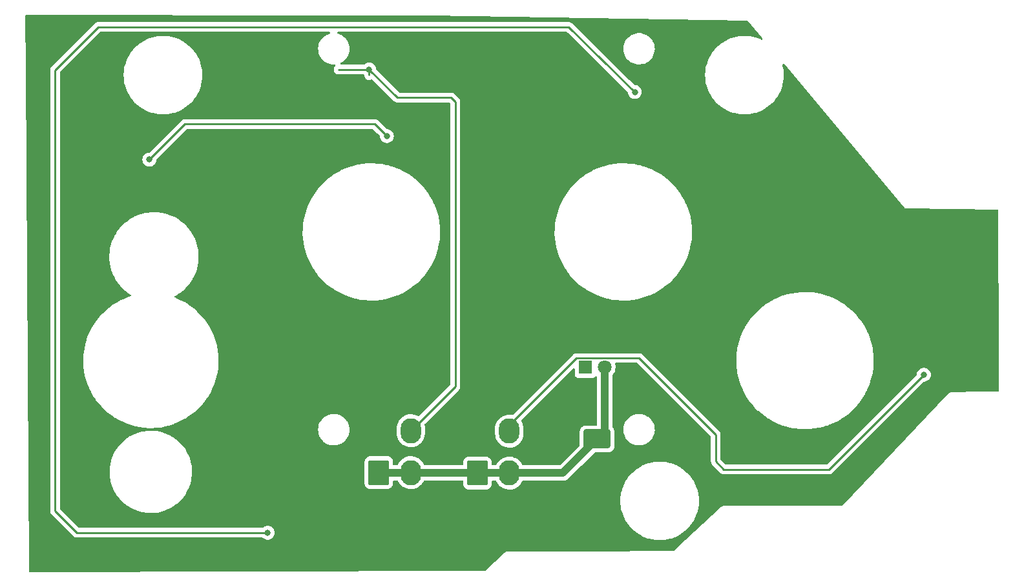
<source format=gbr>
%TF.GenerationSoftware,KiCad,Pcbnew,(6.0.9)*%
%TF.CreationDate,2023-01-06T21:02:48-09:00*%
%TF.ProjectId,FUEL PANEL,4655454c-2050-4414-9e45-4c2e6b696361,rev?*%
%TF.SameCoordinates,Original*%
%TF.FileFunction,Copper,L2,Bot*%
%TF.FilePolarity,Positive*%
%FSLAX46Y46*%
G04 Gerber Fmt 4.6, Leading zero omitted, Abs format (unit mm)*
G04 Created by KiCad (PCBNEW (6.0.9)) date 2023-01-06 21:02:48*
%MOMM*%
%LPD*%
G01*
G04 APERTURE LIST*
G04 Aperture macros list*
%AMRoundRect*
0 Rectangle with rounded corners*
0 $1 Rounding radius*
0 $2 $3 $4 $5 $6 $7 $8 $9 X,Y pos of 4 corners*
0 Add a 4 corners polygon primitive as box body*
4,1,4,$2,$3,$4,$5,$6,$7,$8,$9,$2,$3,0*
0 Add four circle primitives for the rounded corners*
1,1,$1+$1,$2,$3*
1,1,$1+$1,$4,$5*
1,1,$1+$1,$6,$7*
1,1,$1+$1,$8,$9*
0 Add four rect primitives between the rounded corners*
20,1,$1+$1,$2,$3,$4,$5,0*
20,1,$1+$1,$4,$5,$6,$7,0*
20,1,$1+$1,$6,$7,$8,$9,0*
20,1,$1+$1,$8,$9,$2,$3,0*%
G04 Aperture macros list end*
%TA.AperFunction,SMDPad,CuDef*%
%ADD10RoundRect,0.250000X1.500000X1.000000X-1.500000X1.000000X-1.500000X-1.000000X1.500000X-1.000000X0*%
%TD*%
%TA.AperFunction,ComponentPad*%
%ADD11RoundRect,0.250001X-1.099999X-1.399999X1.099999X-1.399999X1.099999X1.399999X-1.099999X1.399999X0*%
%TD*%
%TA.AperFunction,ComponentPad*%
%ADD12O,2.700000X3.300000*%
%TD*%
%TA.AperFunction,ComponentPad*%
%ADD13R,1.800000X1.800000*%
%TD*%
%TA.AperFunction,ComponentPad*%
%ADD14C,1.800000*%
%TD*%
%TA.AperFunction,ViaPad*%
%ADD15C,0.800000*%
%TD*%
%TA.AperFunction,ViaPad*%
%ADD16C,1.500000*%
%TD*%
%TA.AperFunction,Conductor*%
%ADD17C,0.250000*%
%TD*%
%TA.AperFunction,Conductor*%
%ADD18C,1.000000*%
%TD*%
G04 APERTURE END LIST*
D10*
%TO.P,C1,1*%
%TO.N,/LED+5V*%
X174498000Y-131216000D03*
%TO.P,C1,2*%
%TO.N,/LEDGND*%
X167998000Y-131216000D03*
%TD*%
D11*
%TO.P,J1,1,Pin_1*%
%TO.N,/LED+5V*%
X145898000Y-135636000D03*
D12*
%TO.P,J1,2,Pin_2*%
X150098000Y-135636000D03*
%TO.P,J1,3,Pin_3*%
%TO.N,/LEDGND*%
X145898000Y-130136000D03*
%TO.P,J1,4,Pin_4*%
%TO.N,/DATAIN*%
X150098000Y-130136000D03*
%TD*%
D11*
%TO.P,J2,1,Pin_1*%
%TO.N,/LED+5V*%
X158801000Y-135687000D03*
D12*
%TO.P,J2,2,Pin_2*%
X163001000Y-135687000D03*
%TO.P,J2,3,Pin_3*%
%TO.N,/LEDGND*%
X158801000Y-130187000D03*
%TO.P,J2,4,Pin_4*%
%TO.N,/DATAOUT*%
X163001000Y-130187000D03*
%TD*%
D13*
%TO.P,D33,1,K*%
%TO.N,Net-(D33-Pad1)*%
X172974000Y-121818000D03*
D14*
%TO.P,D33,2,A*%
%TO.N,/LED+5V*%
X175514000Y-121818000D03*
%TD*%
D15*
%TO.N,Net-(D4-Pad4)*%
X146951700Y-91465400D03*
X115818920Y-94554040D03*
%TO.N,Net-(D11-Pad4)*%
X131335780Y-143524222D03*
X179440840Y-85681820D03*
D16*
%TO.N,/LEDGND*%
X111993680Y-100584000D03*
X167584120Y-115884960D03*
X153609040Y-82034380D03*
X160071000Y-107604760D03*
X124170440Y-97223580D03*
X167538000Y-104408840D03*
X107553760Y-94452840D03*
X208920080Y-133946900D03*
X143774160Y-124510800D03*
X158079440Y-115740180D03*
X141848840Y-91912440D03*
X131124960Y-145564860D03*
X207403700Y-111749840D03*
X150738840Y-124818140D03*
X167723820Y-121772680D03*
X173319440Y-85511640D03*
X182120540Y-87972900D03*
X195003420Y-109491780D03*
X153449020Y-89966800D03*
X134502473Y-124609173D03*
X216735660Y-105699560D03*
X166980000Y-99583640D03*
X210233260Y-104559100D03*
X161160460Y-99860100D03*
X165691820Y-85608160D03*
D15*
%TO.N,/DATAIN*%
X144627600Y-82725260D03*
%TO.N,/DATAOUT*%
X217324340Y-122783000D03*
%TD*%
D17*
%TO.N,Net-(D4-Pad4)*%
X146951700Y-91465400D02*
X146936460Y-91465400D01*
X115818920Y-94554040D02*
X120495060Y-89877900D01*
X145348960Y-89877900D02*
X146951700Y-91465400D01*
X120495060Y-89877900D02*
X145348960Y-89877900D01*
%TO.N,Net-(D11-Pad4)*%
X179440840Y-85681820D02*
X179384960Y-85740240D01*
X103451660Y-82793840D02*
X109105700Y-77139800D01*
X109105700Y-77139800D02*
X170715940Y-77139800D01*
X131335780Y-143524222D02*
X106320842Y-143524222D01*
X170715940Y-77139800D02*
X170784520Y-77139800D01*
X170784520Y-77139800D02*
X179440840Y-85681820D01*
X106320842Y-143524222D02*
X103451660Y-140655040D01*
X103451660Y-140655040D02*
X103451660Y-82793840D01*
D18*
%TO.N,/LED+5V*%
X158750000Y-135636000D02*
X158801000Y-135687000D01*
X150098000Y-135636000D02*
X145898000Y-135636000D01*
X175514000Y-130200000D02*
X174498000Y-131216000D01*
X163001000Y-135687000D02*
X158801000Y-135687000D01*
X175514000Y-121818000D02*
X175514000Y-130200000D01*
X150098000Y-135636000D02*
X158750000Y-135636000D01*
X174498000Y-131216000D02*
X170027000Y-135687000D01*
X170027000Y-135687000D02*
X163001000Y-135687000D01*
D17*
%TO.N,/DATAIN*%
X155371800Y-86400640D02*
X155938220Y-86967060D01*
X144627600Y-82725260D02*
X140624560Y-82725260D01*
X155938220Y-86967060D02*
X155938220Y-124295780D01*
X155938220Y-124295780D02*
X150098000Y-130136000D01*
X144627600Y-82725260D02*
X148302980Y-86400640D01*
X144627600Y-82725260D02*
X144627600Y-83456780D01*
X148302980Y-86400640D02*
X155371800Y-86400640D01*
%TO.N,/DATAOUT*%
X204887900Y-135219440D02*
X191104520Y-135219440D01*
X191104520Y-135219440D02*
X190060580Y-134175500D01*
X163001000Y-129405998D02*
X163001000Y-130187000D01*
X180016299Y-120592999D02*
X171813999Y-120592999D01*
X217324340Y-122783000D02*
X204887900Y-135219440D01*
X190060580Y-130637280D02*
X180016299Y-120592999D01*
X190060580Y-134175500D02*
X190060580Y-130637280D01*
X171813999Y-120592999D02*
X163001000Y-129405998D01*
%TD*%
%TA.AperFunction,Conductor*%
%TO.N,/LEDGND*%
G36*
X138223934Y-75614205D02*
G01*
X152749822Y-75641690D01*
X152751681Y-75641708D01*
X194214815Y-76347892D01*
X194282585Y-76369051D01*
X194309285Y-76392995D01*
X196072297Y-78499055D01*
X196162227Y-78606484D01*
X196190616Y-78671558D01*
X196179316Y-78741650D01*
X196131916Y-78794506D01*
X196063465Y-78813345D01*
X196007435Y-78799129D01*
X195993528Y-78791889D01*
X195578001Y-78619771D01*
X195195137Y-78499055D01*
X195151677Y-78485352D01*
X195151670Y-78485350D01*
X195149053Y-78484525D01*
X195065075Y-78465907D01*
X194712649Y-78387776D01*
X194712646Y-78387775D01*
X194709951Y-78387178D01*
X194707221Y-78386819D01*
X194707212Y-78386817D01*
X194486993Y-78357825D01*
X194264035Y-78328472D01*
X193995244Y-78316737D01*
X193931652Y-78313960D01*
X193931647Y-78313960D01*
X193930275Y-78313900D01*
X193699125Y-78313900D01*
X193697753Y-78313960D01*
X193697748Y-78313960D01*
X193634156Y-78316737D01*
X193365365Y-78328472D01*
X193142407Y-78357825D01*
X192922188Y-78386817D01*
X192922179Y-78386819D01*
X192919449Y-78387178D01*
X192916754Y-78387775D01*
X192916751Y-78387776D01*
X192564325Y-78465907D01*
X192480347Y-78484525D01*
X192477730Y-78485350D01*
X192477723Y-78485352D01*
X192434263Y-78499055D01*
X192051399Y-78619771D01*
X191635872Y-78791889D01*
X191236927Y-78999566D01*
X190857600Y-79241224D01*
X190855432Y-79242888D01*
X190855420Y-79242896D01*
X190586389Y-79449332D01*
X190500779Y-79515023D01*
X190498751Y-79516881D01*
X190498743Y-79516888D01*
X190419272Y-79589710D01*
X190169178Y-79818878D01*
X190167327Y-79820898D01*
X189867188Y-80148443D01*
X189867181Y-80148451D01*
X189865323Y-80150479D01*
X189863641Y-80152671D01*
X189593196Y-80505120D01*
X189593188Y-80505132D01*
X189591524Y-80507300D01*
X189590051Y-80509612D01*
X189590049Y-80509615D01*
X189555282Y-80564189D01*
X189349866Y-80886627D01*
X189142189Y-81285572D01*
X188970071Y-81701099D01*
X188920238Y-81859151D01*
X188836489Y-82124771D01*
X188834825Y-82130047D01*
X188834230Y-82132731D01*
X188741316Y-82551839D01*
X188737478Y-82569149D01*
X188737119Y-82571879D01*
X188737117Y-82571888D01*
X188711568Y-82765954D01*
X188678772Y-83015065D01*
X188659154Y-83464400D01*
X188678772Y-83913735D01*
X188737478Y-84359651D01*
X188834825Y-84798753D01*
X188835650Y-84801370D01*
X188835652Y-84801377D01*
X188862970Y-84888017D01*
X188970071Y-85227701D01*
X189142189Y-85643228D01*
X189349866Y-86042173D01*
X189360649Y-86059099D01*
X189549653Y-86355775D01*
X189591524Y-86421500D01*
X189593188Y-86423668D01*
X189593196Y-86423680D01*
X189774104Y-86659443D01*
X189865323Y-86778321D01*
X189867181Y-86780349D01*
X189867188Y-86780357D01*
X190089662Y-87023145D01*
X190169178Y-87109922D01*
X190171198Y-87111773D01*
X190498743Y-87411912D01*
X190498751Y-87411919D01*
X190500779Y-87413777D01*
X190502971Y-87415459D01*
X190855420Y-87685904D01*
X190855432Y-87685912D01*
X190857600Y-87687576D01*
X191236927Y-87929234D01*
X191635872Y-88136911D01*
X192051399Y-88309029D01*
X192324762Y-88395220D01*
X192477723Y-88443448D01*
X192477730Y-88443450D01*
X192480347Y-88444275D01*
X192483032Y-88444870D01*
X192483031Y-88444870D01*
X192916751Y-88541024D01*
X192916754Y-88541025D01*
X192919449Y-88541622D01*
X192922179Y-88541981D01*
X192922188Y-88541983D01*
X193142407Y-88570975D01*
X193365365Y-88600328D01*
X193634156Y-88612063D01*
X193697748Y-88614840D01*
X193697753Y-88614840D01*
X193699125Y-88614900D01*
X193930275Y-88614900D01*
X193931647Y-88614840D01*
X193931652Y-88614840D01*
X193995244Y-88612063D01*
X194264035Y-88600328D01*
X194486993Y-88570975D01*
X194707212Y-88541983D01*
X194707221Y-88541981D01*
X194709951Y-88541622D01*
X194712646Y-88541025D01*
X194712649Y-88541024D01*
X195146369Y-88444870D01*
X195146368Y-88444870D01*
X195149053Y-88444275D01*
X195151670Y-88443450D01*
X195151677Y-88443448D01*
X195304638Y-88395220D01*
X195578001Y-88309029D01*
X195993528Y-88136911D01*
X196392473Y-87929234D01*
X196771800Y-87687576D01*
X196773968Y-87685912D01*
X196773980Y-87685904D01*
X197126429Y-87415459D01*
X197128621Y-87413777D01*
X197130649Y-87411919D01*
X197130657Y-87411912D01*
X197458202Y-87111773D01*
X197460222Y-87109922D01*
X197539738Y-87023145D01*
X197762212Y-86780357D01*
X197762219Y-86780349D01*
X197764077Y-86778321D01*
X197855296Y-86659443D01*
X198036204Y-86423680D01*
X198036212Y-86423668D01*
X198037876Y-86421500D01*
X198079748Y-86355775D01*
X198268751Y-86059099D01*
X198279534Y-86042173D01*
X198487211Y-85643228D01*
X198659329Y-85227701D01*
X198766430Y-84888017D01*
X198793748Y-84801377D01*
X198793750Y-84801370D01*
X198794575Y-84798753D01*
X198891922Y-84359651D01*
X198950628Y-83913735D01*
X198970246Y-83464400D01*
X198950628Y-83015065D01*
X198917832Y-82765954D01*
X198892283Y-82571888D01*
X198892281Y-82571879D01*
X198891922Y-82569149D01*
X198888085Y-82551839D01*
X198795170Y-82132731D01*
X198794575Y-82130047D01*
X198793748Y-82127423D01*
X198793037Y-82124771D01*
X198793864Y-82124549D01*
X198792519Y-82057031D01*
X198829704Y-81996552D01*
X198893685Y-81965778D01*
X198964146Y-81974479D01*
X199010714Y-82009234D01*
X214718884Y-100773920D01*
X214729374Y-100788434D01*
X214739344Y-100804524D01*
X214744071Y-100812153D01*
X214750747Y-100818147D01*
X214750748Y-100818148D01*
X214771512Y-100836790D01*
X214771520Y-100836797D01*
X214771523Y-100836801D01*
X214852462Y-100909467D01*
X214939261Y-100951085D01*
X214983795Y-100972439D01*
X214983799Y-100972440D01*
X214983802Y-100972441D01*
X214988748Y-100973252D01*
X214988750Y-100973253D01*
X215045130Y-100982503D01*
X215094236Y-100990560D01*
X215094237Y-100990560D01*
X215094245Y-100990561D01*
X215118680Y-100994570D01*
X215118682Y-100994570D01*
X215127538Y-100996023D01*
X215149159Y-100993375D01*
X215159125Y-100992154D01*
X215175473Y-100991223D01*
X226951812Y-101087356D01*
X227019767Y-101107914D01*
X227065820Y-101161947D01*
X227076783Y-101213093D01*
X227115450Y-120159656D01*
X227125033Y-124855423D01*
X227105170Y-124923584D01*
X227051609Y-124970187D01*
X227001875Y-124981648D01*
X224673592Y-125034165D01*
X220936226Y-125118466D01*
X220923000Y-125117327D01*
X220922987Y-125117574D01*
X220914022Y-125117105D01*
X220905216Y-125115371D01*
X220854288Y-125119968D01*
X220853401Y-125120048D01*
X220844918Y-125120526D01*
X220830429Y-125120853D01*
X220818368Y-125122859D01*
X220809067Y-125124050D01*
X220760149Y-125128466D01*
X220751789Y-125131752D01*
X220743787Y-125133645D01*
X220739788Y-125134750D01*
X220731984Y-125137225D01*
X220723130Y-125138697D01*
X220684939Y-125157113D01*
X220678907Y-125160021D01*
X220670273Y-125163793D01*
X220632941Y-125178466D01*
X220632938Y-125178467D01*
X220624587Y-125181750D01*
X220617492Y-125187245D01*
X220610365Y-125191295D01*
X220606838Y-125193478D01*
X220600016Y-125198061D01*
X220591929Y-125201960D01*
X220585264Y-125207970D01*
X220585261Y-125207972D01*
X220555471Y-125234834D01*
X220548247Y-125240874D01*
X220539953Y-125247298D01*
X220536103Y-125250280D01*
X220532764Y-125253812D01*
X220532757Y-125253818D01*
X220526603Y-125260327D01*
X220519430Y-125267332D01*
X220490426Y-125293487D01*
X220490422Y-125293492D01*
X220483756Y-125299503D01*
X220479045Y-125307142D01*
X220477148Y-125309419D01*
X220463961Y-125326589D01*
X216322601Y-129707161D01*
X206625050Y-139964860D01*
X206563717Y-140000621D01*
X206533490Y-140004300D01*
X191180584Y-140004300D01*
X191173578Y-140003903D01*
X191167697Y-140002366D01*
X191104226Y-140004202D01*
X191102661Y-140004247D01*
X191099018Y-140004300D01*
X191073087Y-140004300D01*
X191068648Y-140004935D01*
X191064301Y-140005245D01*
X191059010Y-140005509D01*
X191046524Y-140005870D01*
X191031072Y-140006317D01*
X191031069Y-140006318D01*
X191022101Y-140006577D01*
X191013563Y-140009344D01*
X191004602Y-140012248D01*
X190983626Y-140017112D01*
X190965413Y-140019720D01*
X190931875Y-140034969D01*
X190918582Y-140040125D01*
X190892082Y-140048713D01*
X190892076Y-140048716D01*
X190883538Y-140051483D01*
X190868331Y-140061839D01*
X190849570Y-140072391D01*
X190832818Y-140080008D01*
X190804908Y-140104056D01*
X190798804Y-140108741D01*
X190795050Y-140111747D01*
X190791034Y-140114482D01*
X190787489Y-140117800D01*
X190787488Y-140117801D01*
X190772356Y-140131965D01*
X190768499Y-140135429D01*
X190722473Y-140175087D01*
X190717877Y-140182177D01*
X190710061Y-140190273D01*
X186111101Y-144494900D01*
X184594466Y-145914470D01*
X184531064Y-145946417D01*
X184508659Y-145948479D01*
X172995328Y-145975068D01*
X162833235Y-145998537D01*
X162828426Y-145998257D01*
X162824051Y-145997088D01*
X162815081Y-145997299D01*
X162756087Y-145998687D01*
X162753412Y-145998722D01*
X162751966Y-145998725D01*
X162725513Y-145998786D01*
X162721481Y-145999373D01*
X162716356Y-145999621D01*
X162678434Y-146000513D01*
X162658561Y-146006835D01*
X162638515Y-146011450D01*
X162617875Y-146014454D01*
X162609713Y-146018188D01*
X162609709Y-146018189D01*
X162586602Y-146028760D01*
X162572397Y-146034246D01*
X162539631Y-146044670D01*
X162532187Y-146049681D01*
X162532185Y-146049682D01*
X162522332Y-146056315D01*
X162504384Y-146066372D01*
X162485419Y-146075048D01*
X162478634Y-146080922D01*
X162478632Y-146080923D01*
X162459430Y-146097546D01*
X162454539Y-146101290D01*
X162454646Y-146101425D01*
X162450826Y-146104449D01*
X162446788Y-146107168D01*
X162443215Y-146110477D01*
X162443213Y-146110478D01*
X162426386Y-146126059D01*
X162423249Y-146128868D01*
X162375294Y-146170382D01*
X162371519Y-146176235D01*
X162365641Y-146182304D01*
X159856288Y-148505780D01*
X159792715Y-148537385D01*
X159771001Y-148539326D01*
X157371221Y-148545376D01*
X100198475Y-148689510D01*
X100130305Y-148669679D01*
X100083677Y-148616141D01*
X100072161Y-148564373D01*
X99621541Y-82773783D01*
X102813440Y-82773783D01*
X102814186Y-82781675D01*
X102817601Y-82817801D01*
X102818160Y-82829659D01*
X102818160Y-140576273D01*
X102817633Y-140587456D01*
X102815958Y-140594949D01*
X102816207Y-140602875D01*
X102816207Y-140602876D01*
X102818098Y-140663026D01*
X102818160Y-140666985D01*
X102818160Y-140694896D01*
X102818657Y-140698830D01*
X102818657Y-140698831D01*
X102818665Y-140698896D01*
X102819598Y-140710733D01*
X102820987Y-140754929D01*
X102826638Y-140774379D01*
X102830647Y-140793740D01*
X102833186Y-140813837D01*
X102836105Y-140821208D01*
X102836105Y-140821210D01*
X102849464Y-140854952D01*
X102853309Y-140866182D01*
X102857349Y-140880088D01*
X102865642Y-140908633D01*
X102869675Y-140915452D01*
X102869677Y-140915457D01*
X102875953Y-140926068D01*
X102884648Y-140943816D01*
X102892108Y-140962657D01*
X102896770Y-140969073D01*
X102896770Y-140969074D01*
X102918096Y-140998427D01*
X102924612Y-141008347D01*
X102932273Y-141021300D01*
X102947118Y-141046402D01*
X102961439Y-141060723D01*
X102974279Y-141075756D01*
X102986188Y-141092147D01*
X102992294Y-141097198D01*
X103020265Y-141120338D01*
X103029044Y-141128328D01*
X105817190Y-143916475D01*
X105824730Y-143924761D01*
X105828842Y-143931240D01*
X105834619Y-143936665D01*
X105878493Y-143977865D01*
X105881335Y-143980620D01*
X105901072Y-144000357D01*
X105904269Y-144002837D01*
X105913289Y-144010540D01*
X105945521Y-144040808D01*
X105952467Y-144044627D01*
X105952470Y-144044629D01*
X105963276Y-144050570D01*
X105979795Y-144061421D01*
X105995801Y-144073836D01*
X106003070Y-144076981D01*
X106003074Y-144076984D01*
X106036379Y-144091396D01*
X106047029Y-144096613D01*
X106085782Y-144117917D01*
X106093457Y-144119888D01*
X106093458Y-144119888D01*
X106105404Y-144122955D01*
X106124109Y-144129359D01*
X106142697Y-144137403D01*
X106150520Y-144138642D01*
X106150530Y-144138645D01*
X106186366Y-144144321D01*
X106197986Y-144146727D01*
X106233131Y-144155750D01*
X106240812Y-144157722D01*
X106261066Y-144157722D01*
X106280776Y-144159273D01*
X106300785Y-144162442D01*
X106308677Y-144161696D01*
X106344803Y-144158281D01*
X106356661Y-144157722D01*
X130627580Y-144157722D01*
X130695701Y-144177724D01*
X130714927Y-144194065D01*
X130715200Y-144193762D01*
X130720112Y-144198185D01*
X130724527Y-144203088D01*
X130879028Y-144315340D01*
X130885056Y-144318024D01*
X130885058Y-144318025D01*
X131047461Y-144390331D01*
X131053492Y-144393016D01*
X131146892Y-144412869D01*
X131233836Y-144431350D01*
X131233841Y-144431350D01*
X131240293Y-144432722D01*
X131431267Y-144432722D01*
X131437719Y-144431350D01*
X131437724Y-144431350D01*
X131524668Y-144412869D01*
X131618068Y-144393016D01*
X131624099Y-144390331D01*
X131786502Y-144318025D01*
X131786504Y-144318024D01*
X131792532Y-144315340D01*
X131947033Y-144203088D01*
X131983631Y-144162442D01*
X132070401Y-144066074D01*
X132070402Y-144066073D01*
X132074820Y-144061166D01*
X132170307Y-143895778D01*
X132229322Y-143714150D01*
X132249284Y-143524222D01*
X132229322Y-143334294D01*
X132170307Y-143152666D01*
X132074820Y-142987278D01*
X131947033Y-142845356D01*
X131792532Y-142733104D01*
X131786504Y-142730420D01*
X131786502Y-142730419D01*
X131624099Y-142658113D01*
X131624098Y-142658113D01*
X131618068Y-142655428D01*
X131524668Y-142635575D01*
X131437724Y-142617094D01*
X131437719Y-142617094D01*
X131431267Y-142615722D01*
X131240293Y-142615722D01*
X131233841Y-142617094D01*
X131233836Y-142617094D01*
X131146892Y-142635575D01*
X131053492Y-142655428D01*
X131047462Y-142658113D01*
X131047461Y-142658113D01*
X130885058Y-142730419D01*
X130885056Y-142730420D01*
X130879028Y-142733104D01*
X130724527Y-142845356D01*
X130720112Y-142850259D01*
X130715200Y-142854682D01*
X130714075Y-142853433D01*
X130660766Y-142886273D01*
X130627580Y-142890722D01*
X106635436Y-142890722D01*
X106567315Y-142870720D01*
X106546341Y-142853817D01*
X104122065Y-140429540D01*
X104088039Y-140367228D01*
X104085160Y-140340445D01*
X104085160Y-135760670D01*
X110628560Y-135760670D01*
X110628780Y-135763287D01*
X110628780Y-135763293D01*
X110636266Y-135852443D01*
X110666427Y-136211623D01*
X110666869Y-136214236D01*
X110741292Y-136654248D01*
X110741897Y-136657826D01*
X110757388Y-136718158D01*
X110851936Y-137086400D01*
X110854439Y-137096149D01*
X111003264Y-137523517D01*
X111187329Y-137936933D01*
X111405342Y-138333497D01*
X111406794Y-138335683D01*
X111406798Y-138335689D01*
X111533717Y-138526717D01*
X111655774Y-138710427D01*
X111936868Y-139065080D01*
X112246653Y-139394967D01*
X112582956Y-139697776D01*
X112943418Y-139971381D01*
X112945649Y-139972797D01*
X112945655Y-139972801D01*
X113123817Y-140085866D01*
X113325510Y-140213864D01*
X113327837Y-140215080D01*
X113327843Y-140215084D01*
X113724215Y-140422302D01*
X113724220Y-140422304D01*
X113726553Y-140423524D01*
X114143733Y-140598891D01*
X114146233Y-140599703D01*
X114146243Y-140599707D01*
X114571609Y-140737916D01*
X114571613Y-140737917D01*
X114574124Y-140738733D01*
X114860791Y-140805970D01*
X115012132Y-140841467D01*
X115012136Y-140841468D01*
X115014708Y-140842071D01*
X115017325Y-140842458D01*
X115017328Y-140842458D01*
X115459771Y-140907793D01*
X115459775Y-140907793D01*
X115462393Y-140908180D01*
X115914040Y-140936595D01*
X115916672Y-140936540D01*
X115916679Y-140936540D01*
X116088405Y-140932943D01*
X116366481Y-140927118D01*
X116816542Y-140879814D01*
X117261067Y-140795017D01*
X117263599Y-140794310D01*
X117263612Y-140794307D01*
X117694398Y-140674029D01*
X117694406Y-140674026D01*
X117696936Y-140673320D01*
X117886354Y-140602876D01*
X118118621Y-140516497D01*
X118118627Y-140516494D01*
X118121094Y-140515577D01*
X118530565Y-140322895D01*
X118922476Y-140096625D01*
X119294079Y-139838354D01*
X119462074Y-139699376D01*
X119640738Y-139551573D01*
X119640744Y-139551567D01*
X119642767Y-139549894D01*
X119852611Y-139344400D01*
X177549194Y-139344400D01*
X177568812Y-139793735D01*
X177582337Y-139896466D01*
X177624284Y-140215084D01*
X177627518Y-140239651D01*
X177628115Y-140242346D01*
X177628116Y-140242349D01*
X177655801Y-140367228D01*
X177724865Y-140678753D01*
X177725690Y-140681370D01*
X177725692Y-140681377D01*
X177758018Y-140783901D01*
X177860111Y-141107701D01*
X178032229Y-141523228D01*
X178239906Y-141922173D01*
X178481564Y-142301500D01*
X178483228Y-142303668D01*
X178483236Y-142303680D01*
X178723728Y-142617094D01*
X178755363Y-142658321D01*
X178757221Y-142660349D01*
X178757228Y-142660357D01*
X178968318Y-142890722D01*
X179059218Y-142989922D01*
X179061238Y-142991773D01*
X179388783Y-143291912D01*
X179388791Y-143291919D01*
X179390819Y-143293777D01*
X179393011Y-143295459D01*
X179745460Y-143565904D01*
X179745472Y-143565912D01*
X179747640Y-143567576D01*
X180126967Y-143809234D01*
X180525912Y-144016911D01*
X180941439Y-144189029D01*
X181214802Y-144275220D01*
X181367763Y-144323448D01*
X181367770Y-144323450D01*
X181370387Y-144324275D01*
X181373072Y-144324870D01*
X181373071Y-144324870D01*
X181806791Y-144421024D01*
X181806794Y-144421025D01*
X181809489Y-144421622D01*
X181812219Y-144421981D01*
X181812228Y-144421983D01*
X182032447Y-144450975D01*
X182255405Y-144480328D01*
X182524196Y-144492063D01*
X182587788Y-144494840D01*
X182587793Y-144494840D01*
X182589165Y-144494900D01*
X182820315Y-144494900D01*
X182821687Y-144494840D01*
X182821692Y-144494840D01*
X182885284Y-144492063D01*
X183154075Y-144480328D01*
X183377033Y-144450975D01*
X183597252Y-144421983D01*
X183597261Y-144421981D01*
X183599991Y-144421622D01*
X183602686Y-144421025D01*
X183602689Y-144421024D01*
X184036409Y-144324870D01*
X184036408Y-144324870D01*
X184039093Y-144324275D01*
X184041710Y-144323450D01*
X184041717Y-144323448D01*
X184194678Y-144275220D01*
X184468041Y-144189029D01*
X184883568Y-144016911D01*
X185282513Y-143809234D01*
X185661840Y-143567576D01*
X185664008Y-143565912D01*
X185664020Y-143565904D01*
X186016469Y-143295459D01*
X186018661Y-143293777D01*
X186020689Y-143291919D01*
X186020697Y-143291912D01*
X186348242Y-142991773D01*
X186350262Y-142989922D01*
X186441162Y-142890722D01*
X186652252Y-142660357D01*
X186652259Y-142660349D01*
X186654117Y-142658321D01*
X186685752Y-142617094D01*
X186926244Y-142303680D01*
X186926252Y-142303668D01*
X186927916Y-142301500D01*
X187169574Y-141922173D01*
X187377251Y-141523228D01*
X187549369Y-141107701D01*
X187651462Y-140783901D01*
X187683788Y-140681377D01*
X187683790Y-140681370D01*
X187684615Y-140678753D01*
X187753679Y-140367228D01*
X187781364Y-140242349D01*
X187781365Y-140242346D01*
X187781962Y-140239651D01*
X187785197Y-140215084D01*
X187827143Y-139896466D01*
X187840668Y-139793735D01*
X187860286Y-139344400D01*
X187840668Y-138895065D01*
X187792174Y-138526717D01*
X187782323Y-138451888D01*
X187782321Y-138451879D01*
X187781962Y-138449149D01*
X187756809Y-138335689D01*
X187685210Y-138012731D01*
X187684615Y-138010047D01*
X187662292Y-137939245D01*
X187617998Y-137798764D01*
X187549369Y-137581099D01*
X187377251Y-137165572D01*
X187169574Y-136766627D01*
X186958632Y-136435515D01*
X186929391Y-136389615D01*
X186929389Y-136389612D01*
X186927916Y-136387300D01*
X186926252Y-136385132D01*
X186926244Y-136385120D01*
X186655799Y-136032671D01*
X186654117Y-136030479D01*
X186652259Y-136028451D01*
X186652252Y-136028443D01*
X186352113Y-135700898D01*
X186350262Y-135698878D01*
X186292847Y-135646267D01*
X186020697Y-135396888D01*
X186020689Y-135396881D01*
X186018661Y-135395023D01*
X185902002Y-135305507D01*
X185664020Y-135122896D01*
X185664008Y-135122888D01*
X185661840Y-135121224D01*
X185282513Y-134879566D01*
X184883568Y-134671889D01*
X184851240Y-134658498D01*
X184790370Y-134633285D01*
X184468041Y-134499771D01*
X184124654Y-134391502D01*
X184041717Y-134365352D01*
X184041710Y-134365350D01*
X184039093Y-134364525D01*
X183767712Y-134304361D01*
X183602689Y-134267776D01*
X183602686Y-134267775D01*
X183599991Y-134267178D01*
X183597261Y-134266819D01*
X183597252Y-134266817D01*
X183343042Y-134233350D01*
X183154075Y-134208472D01*
X182885284Y-134196737D01*
X182821692Y-134193960D01*
X182821687Y-134193960D01*
X182820315Y-134193900D01*
X182589165Y-134193900D01*
X182587793Y-134193960D01*
X182587788Y-134193960D01*
X182524196Y-134196737D01*
X182255405Y-134208472D01*
X182066438Y-134233350D01*
X181812228Y-134266817D01*
X181812219Y-134266819D01*
X181809489Y-134267178D01*
X181806794Y-134267775D01*
X181806791Y-134267776D01*
X181641768Y-134304361D01*
X181370387Y-134364525D01*
X181367770Y-134365350D01*
X181367763Y-134365352D01*
X181284826Y-134391502D01*
X180941439Y-134499771D01*
X180619110Y-134633285D01*
X180558241Y-134658498D01*
X180525912Y-134671889D01*
X180126967Y-134879566D01*
X179747640Y-135121224D01*
X179745472Y-135122888D01*
X179745460Y-135122896D01*
X179507478Y-135305507D01*
X179390819Y-135395023D01*
X179388791Y-135396881D01*
X179388783Y-135396888D01*
X179116633Y-135646267D01*
X179059218Y-135698878D01*
X179057367Y-135700898D01*
X178757228Y-136028443D01*
X178757221Y-136028451D01*
X178755363Y-136030479D01*
X178753681Y-136032671D01*
X178483236Y-136385120D01*
X178483228Y-136385132D01*
X178481564Y-136387300D01*
X178480091Y-136389612D01*
X178480089Y-136389615D01*
X178450848Y-136435515D01*
X178239906Y-136766627D01*
X178032229Y-137165572D01*
X177860111Y-137581099D01*
X177791482Y-137798764D01*
X177747189Y-137939245D01*
X177724865Y-138010047D01*
X177724270Y-138012731D01*
X177652672Y-138335689D01*
X177627518Y-138449149D01*
X177627159Y-138451879D01*
X177627157Y-138451888D01*
X177617306Y-138526717D01*
X177568812Y-138895065D01*
X177549194Y-139344400D01*
X119852611Y-139344400D01*
X119966095Y-139233268D01*
X119967808Y-139231283D01*
X119967815Y-139231276D01*
X120260059Y-138892707D01*
X120261794Y-138890697D01*
X120263346Y-138888561D01*
X120263353Y-138888552D01*
X120526241Y-138526717D01*
X120527790Y-138524585D01*
X120762218Y-138137498D01*
X120963433Y-137732153D01*
X121130024Y-137311391D01*
X121197953Y-137086400D01*
X144039500Y-137086400D01*
X144039837Y-137089646D01*
X144039837Y-137089650D01*
X144047979Y-137168114D01*
X144050474Y-137192165D01*
X144106450Y-137359945D01*
X144199522Y-137510348D01*
X144324697Y-137635305D01*
X144330927Y-137639145D01*
X144330928Y-137639146D01*
X144468090Y-137723694D01*
X144475262Y-137728115D01*
X144494567Y-137734518D01*
X144636611Y-137781632D01*
X144636613Y-137781632D01*
X144643139Y-137783797D01*
X144649975Y-137784497D01*
X144649978Y-137784498D01*
X144693031Y-137788909D01*
X144747600Y-137794500D01*
X147048400Y-137794500D01*
X147051646Y-137794163D01*
X147051650Y-137794163D01*
X147147307Y-137784238D01*
X147147311Y-137784237D01*
X147154165Y-137783526D01*
X147160701Y-137781345D01*
X147160703Y-137781345D01*
X147301689Y-137734308D01*
X147321945Y-137727550D01*
X147472348Y-137634478D01*
X147597305Y-137509303D01*
X147601146Y-137503072D01*
X147686275Y-137364968D01*
X147686276Y-137364966D01*
X147690115Y-137358738D01*
X147745797Y-137190861D01*
X147748228Y-137167141D01*
X147751609Y-137134134D01*
X147756500Y-137086400D01*
X147756500Y-136770500D01*
X147776502Y-136702379D01*
X147830158Y-136655886D01*
X147882500Y-136644500D01*
X148292370Y-136644500D01*
X148360491Y-136664502D01*
X148406487Y-136717255D01*
X148407750Y-136720588D01*
X148432629Y-136765378D01*
X148527170Y-136935584D01*
X148538714Y-136956368D01*
X148541486Y-136960000D01*
X148694530Y-137160535D01*
X148702343Y-137170773D01*
X148705609Y-137173966D01*
X148705611Y-137173968D01*
X148730914Y-137198703D01*
X148895208Y-137359312D01*
X149113270Y-137518034D01*
X149195597Y-137561348D01*
X149347921Y-137641490D01*
X149347927Y-137641493D01*
X149351961Y-137643615D01*
X149356266Y-137645135D01*
X149356270Y-137645137D01*
X149589643Y-137727550D01*
X149606280Y-137733425D01*
X149733780Y-137758555D01*
X149866428Y-137784700D01*
X149866434Y-137784701D01*
X149870900Y-137785581D01*
X149875453Y-137785808D01*
X149875456Y-137785808D01*
X150135708Y-137798764D01*
X150135714Y-137798764D01*
X150140277Y-137798991D01*
X150408769Y-137773375D01*
X150413203Y-137772290D01*
X150413209Y-137772289D01*
X150666312Y-137710355D01*
X150670750Y-137709269D01*
X150920733Y-137608015D01*
X151153482Y-137471735D01*
X151364119Y-137303284D01*
X151548234Y-137106191D01*
X151701968Y-136884584D01*
X151756196Y-136775581D01*
X151786644Y-136714378D01*
X151834895Y-136662297D01*
X151899455Y-136644500D01*
X156816500Y-136644500D01*
X156884621Y-136664502D01*
X156931114Y-136718158D01*
X156942500Y-136770500D01*
X156942500Y-137137400D01*
X156942837Y-137140646D01*
X156942837Y-137140650D01*
X156950878Y-137218141D01*
X156953474Y-137243165D01*
X157009450Y-137410945D01*
X157102522Y-137561348D01*
X157227697Y-137686305D01*
X157233927Y-137690145D01*
X157233928Y-137690146D01*
X157371090Y-137774694D01*
X157378262Y-137779115D01*
X157398441Y-137785808D01*
X157539611Y-137832632D01*
X157539613Y-137832632D01*
X157546139Y-137834797D01*
X157552975Y-137835497D01*
X157552978Y-137835498D01*
X157596031Y-137839909D01*
X157650600Y-137845500D01*
X159951400Y-137845500D01*
X159954646Y-137845163D01*
X159954650Y-137845163D01*
X160050307Y-137835238D01*
X160050311Y-137835237D01*
X160057165Y-137834526D01*
X160063701Y-137832345D01*
X160063703Y-137832345D01*
X160207117Y-137784498D01*
X160224945Y-137778550D01*
X160375348Y-137685478D01*
X160500305Y-137560303D01*
X160521499Y-137525920D01*
X160589275Y-137415968D01*
X160589276Y-137415966D01*
X160593115Y-137409738D01*
X160648797Y-137241861D01*
X160651228Y-137218141D01*
X160655753Y-137173968D01*
X160659500Y-137137400D01*
X160659500Y-136821500D01*
X160679502Y-136753379D01*
X160733158Y-136706886D01*
X160785500Y-136695500D01*
X161195370Y-136695500D01*
X161263491Y-136715502D01*
X161309487Y-136768255D01*
X161310750Y-136771588D01*
X161441714Y-137007368D01*
X161517133Y-137106191D01*
X161587737Y-137198703D01*
X161605343Y-137221773D01*
X161608609Y-137224966D01*
X161608611Y-137224968D01*
X161633914Y-137249703D01*
X161798208Y-137410312D01*
X162016270Y-137569034D01*
X162039202Y-137581099D01*
X162250921Y-137692490D01*
X162250927Y-137692493D01*
X162254961Y-137694615D01*
X162259266Y-137696135D01*
X162259270Y-137696137D01*
X162492643Y-137778550D01*
X162509280Y-137784425D01*
X162637032Y-137809605D01*
X162769428Y-137835700D01*
X162769434Y-137835701D01*
X162773900Y-137836581D01*
X162778453Y-137836808D01*
X162778456Y-137836808D01*
X163038708Y-137849764D01*
X163038714Y-137849764D01*
X163043277Y-137849991D01*
X163311769Y-137824375D01*
X163316203Y-137823290D01*
X163316209Y-137823289D01*
X163569312Y-137761355D01*
X163573750Y-137760269D01*
X163823733Y-137659015D01*
X164002962Y-137554072D01*
X164052537Y-137525045D01*
X164052538Y-137525044D01*
X164056482Y-137522735D01*
X164252249Y-137366176D01*
X164263553Y-137357136D01*
X164263555Y-137357135D01*
X164267119Y-137354284D01*
X164451234Y-137157191D01*
X164604968Y-136935584D01*
X164607001Y-136931498D01*
X164689644Y-136765378D01*
X164737895Y-136713297D01*
X164802455Y-136695500D01*
X169965157Y-136695500D01*
X169978764Y-136696237D01*
X170010262Y-136699659D01*
X170010267Y-136699659D01*
X170016388Y-136700324D01*
X170042638Y-136698027D01*
X170066388Y-136695950D01*
X170071214Y-136695621D01*
X170073686Y-136695500D01*
X170076769Y-136695500D01*
X170088738Y-136694326D01*
X170119506Y-136691310D01*
X170120819Y-136691188D01*
X170165084Y-136687315D01*
X170213413Y-136683087D01*
X170218532Y-136681600D01*
X170223833Y-136681080D01*
X170312834Y-136654209D01*
X170313967Y-136653874D01*
X170397414Y-136629630D01*
X170397418Y-136629628D01*
X170403336Y-136627909D01*
X170408068Y-136625456D01*
X170413169Y-136623916D01*
X170418612Y-136621022D01*
X170495260Y-136580269D01*
X170496426Y-136579657D01*
X170573453Y-136539729D01*
X170578926Y-136536892D01*
X170583089Y-136533569D01*
X170587796Y-136531066D01*
X170659918Y-136472245D01*
X170660774Y-136471554D01*
X170699973Y-136440262D01*
X170702477Y-136437758D01*
X170703195Y-136437116D01*
X170707528Y-136433415D01*
X170741062Y-136406065D01*
X170770288Y-136370737D01*
X170778277Y-136361958D01*
X172426848Y-134713387D01*
X174128829Y-133011405D01*
X174191141Y-132977379D01*
X174217924Y-132974500D01*
X176048400Y-132974500D01*
X176051646Y-132974163D01*
X176051650Y-132974163D01*
X176147308Y-132964238D01*
X176147312Y-132964237D01*
X176154166Y-132963526D01*
X176160702Y-132961345D01*
X176160704Y-132961345D01*
X176314998Y-132909868D01*
X176321946Y-132907550D01*
X176472348Y-132814478D01*
X176597305Y-132689303D01*
X176690115Y-132538738D01*
X176745797Y-132370861D01*
X176747936Y-132349991D01*
X176754511Y-132285808D01*
X176756500Y-132266400D01*
X176756500Y-130165600D01*
X176756163Y-130162350D01*
X176746238Y-130066692D01*
X176746237Y-130066688D01*
X176745526Y-130059834D01*
X176739155Y-130040736D01*
X176718355Y-129978393D01*
X177936803Y-129978393D01*
X177937210Y-129985458D01*
X177952960Y-130258601D01*
X177953785Y-130262806D01*
X177953786Y-130262814D01*
X177979815Y-130395480D01*
X178006996Y-130534024D01*
X178008383Y-130538074D01*
X178008384Y-130538079D01*
X178084523Y-130760462D01*
X178097911Y-130799565D01*
X178143972Y-130891147D01*
X178180569Y-130963912D01*
X178224022Y-131050310D01*
X178226448Y-131053839D01*
X178226451Y-131053845D01*
X178322850Y-131194106D01*
X178382997Y-131281620D01*
X178571894Y-131489215D01*
X178575183Y-131491965D01*
X178783925Y-131666501D01*
X178783930Y-131666505D01*
X178787217Y-131669253D01*
X178906099Y-131743828D01*
X179021341Y-131816119D01*
X179021345Y-131816121D01*
X179024981Y-131818402D01*
X179280788Y-131933903D01*
X179284907Y-131935123D01*
X179545790Y-132012401D01*
X179545795Y-132012402D01*
X179549903Y-132013619D01*
X179554137Y-132014267D01*
X179554142Y-132014268D01*
X179776315Y-132048265D01*
X179827347Y-132056074D01*
X179970292Y-132058319D01*
X180103694Y-132060415D01*
X180103700Y-132060415D01*
X180107985Y-132060482D01*
X180386626Y-132026763D01*
X180658112Y-131955540D01*
X180662072Y-131953900D01*
X180662077Y-131953898D01*
X180883942Y-131861998D01*
X180917420Y-131848131D01*
X180942120Y-131833698D01*
X181156054Y-131708685D01*
X181156055Y-131708685D01*
X181159752Y-131706524D01*
X181203692Y-131672071D01*
X181377252Y-131535982D01*
X181380624Y-131533338D01*
X181392830Y-131520743D01*
X181537917Y-131371024D01*
X181575948Y-131331779D01*
X181578481Y-131328331D01*
X181578485Y-131328326D01*
X181739572Y-131109032D01*
X181742110Y-131105577D01*
X181745671Y-131099019D01*
X181873986Y-130862692D01*
X181873987Y-130862690D01*
X181876036Y-130858916D01*
X181962796Y-130629313D01*
X181973729Y-130600380D01*
X181973730Y-130600376D01*
X181975247Y-130596362D01*
X182003975Y-130470930D01*
X182036949Y-130326957D01*
X182036950Y-130326953D01*
X182037907Y-130322773D01*
X182040484Y-130293905D01*
X182062637Y-130045677D01*
X182062637Y-130045675D01*
X182062857Y-130043211D01*
X182063310Y-130000000D01*
X182056425Y-129899002D01*
X182044512Y-129724254D01*
X182044511Y-129724248D01*
X182044220Y-129719977D01*
X182041276Y-129705758D01*
X181988172Y-129449332D01*
X181987303Y-129445135D01*
X181893612Y-129180561D01*
X181883401Y-129160776D01*
X181766847Y-128934957D01*
X181766847Y-128934956D01*
X181764882Y-128931150D01*
X181754595Y-128916512D01*
X181670104Y-128796295D01*
X181603493Y-128701517D01*
X181412433Y-128495912D01*
X181195237Y-128318139D01*
X180955923Y-128171487D01*
X180933348Y-128161577D01*
X180702853Y-128060397D01*
X180698921Y-128058671D01*
X180679519Y-128053144D01*
X180433114Y-127982954D01*
X180433115Y-127982954D01*
X180428986Y-127981778D01*
X180223217Y-127952493D01*
X180155365Y-127942836D01*
X180155363Y-127942836D01*
X180151113Y-127942231D01*
X180146824Y-127942209D01*
X180146817Y-127942208D01*
X179874730Y-127940783D01*
X179874723Y-127940783D01*
X179870444Y-127940761D01*
X179866199Y-127941320D01*
X179866197Y-127941320D01*
X179802813Y-127949665D01*
X179592172Y-127977397D01*
X179321446Y-128051459D01*
X179063277Y-128161577D01*
X178974039Y-128214985D01*
X178826123Y-128303511D01*
X178826119Y-128303514D01*
X178822441Y-128305715D01*
X178603395Y-128481204D01*
X178600451Y-128484306D01*
X178600447Y-128484310D01*
X178413142Y-128681688D01*
X178410192Y-128684797D01*
X178246408Y-128912727D01*
X178115073Y-129160776D01*
X178113601Y-129164799D01*
X178113599Y-129164803D01*
X178106354Y-129184602D01*
X178018616Y-129424355D01*
X178017703Y-129428541D01*
X178017703Y-129428542D01*
X177963766Y-129675925D01*
X177958825Y-129698585D01*
X177936803Y-129978393D01*
X176718355Y-129978393D01*
X176691868Y-129899002D01*
X176689550Y-129892054D01*
X176596478Y-129741652D01*
X176559482Y-129704721D01*
X176525403Y-129642439D01*
X176522500Y-129615548D01*
X176522500Y-122853892D01*
X176542502Y-122785771D01*
X176559560Y-122764641D01*
X176586642Y-122737653D01*
X176590303Y-122734005D01*
X176725458Y-122545917D01*
X176737243Y-122522073D01*
X176825784Y-122342922D01*
X176825785Y-122342920D01*
X176828078Y-122338280D01*
X176895408Y-122116671D01*
X176925640Y-121887041D01*
X176925913Y-121875872D01*
X176927245Y-121821365D01*
X176927245Y-121821361D01*
X176927327Y-121818000D01*
X176917555Y-121699144D01*
X176908773Y-121592318D01*
X176908772Y-121592312D01*
X176908349Y-121587167D01*
X176857115Y-121383194D01*
X176859919Y-121312253D01*
X176900632Y-121254090D01*
X176966328Y-121227171D01*
X176979319Y-121226499D01*
X179701705Y-121226499D01*
X179769826Y-121246501D01*
X179790800Y-121263404D01*
X189390175Y-130862779D01*
X189424201Y-130925091D01*
X189427080Y-130951874D01*
X189427080Y-134096733D01*
X189426553Y-134107916D01*
X189424878Y-134115409D01*
X189425127Y-134123335D01*
X189425127Y-134123336D01*
X189427018Y-134183486D01*
X189427080Y-134187445D01*
X189427080Y-134215356D01*
X189427577Y-134219290D01*
X189427577Y-134219291D01*
X189427585Y-134219356D01*
X189428518Y-134231193D01*
X189428587Y-134233402D01*
X189429638Y-134266817D01*
X189429907Y-134275389D01*
X189435558Y-134294839D01*
X189439567Y-134314200D01*
X189442106Y-134334297D01*
X189445025Y-134341668D01*
X189445025Y-134341670D01*
X189458384Y-134375412D01*
X189462229Y-134386642D01*
X189474562Y-134429093D01*
X189478595Y-134435912D01*
X189478597Y-134435917D01*
X189484873Y-134446528D01*
X189493568Y-134464276D01*
X189501028Y-134483117D01*
X189505690Y-134489533D01*
X189505690Y-134489534D01*
X189527016Y-134518887D01*
X189533532Y-134528807D01*
X189546901Y-134551412D01*
X189556038Y-134566862D01*
X189570359Y-134581183D01*
X189583199Y-134596216D01*
X189595108Y-134612607D01*
X189601212Y-134617657D01*
X189601217Y-134617662D01*
X189629178Y-134640793D01*
X189637959Y-134648783D01*
X190600873Y-135611698D01*
X190608407Y-135619977D01*
X190612520Y-135626458D01*
X190633615Y-135646267D01*
X190662171Y-135673083D01*
X190665013Y-135675838D01*
X190684750Y-135695575D01*
X190687947Y-135698055D01*
X190696967Y-135705758D01*
X190729199Y-135736026D01*
X190736145Y-135739845D01*
X190736148Y-135739847D01*
X190746954Y-135745788D01*
X190763473Y-135756639D01*
X190779479Y-135769054D01*
X190786748Y-135772199D01*
X190786752Y-135772202D01*
X190820057Y-135786614D01*
X190830707Y-135791831D01*
X190869460Y-135813135D01*
X190877135Y-135815106D01*
X190877136Y-135815106D01*
X190889082Y-135818173D01*
X190907787Y-135824577D01*
X190926375Y-135832621D01*
X190934198Y-135833860D01*
X190934208Y-135833863D01*
X190970044Y-135839539D01*
X190981664Y-135841945D01*
X191013479Y-135850113D01*
X191024490Y-135852940D01*
X191044744Y-135852940D01*
X191064454Y-135854491D01*
X191084463Y-135857660D01*
X191092355Y-135856914D01*
X191111100Y-135855142D01*
X191128482Y-135853499D01*
X191140339Y-135852940D01*
X204809133Y-135852940D01*
X204820316Y-135853467D01*
X204827809Y-135855142D01*
X204835735Y-135854893D01*
X204835736Y-135854893D01*
X204895886Y-135853002D01*
X204899845Y-135852940D01*
X204927756Y-135852940D01*
X204931691Y-135852443D01*
X204931756Y-135852435D01*
X204943593Y-135851502D01*
X204975851Y-135850488D01*
X204979870Y-135850362D01*
X204987789Y-135850113D01*
X205007243Y-135844461D01*
X205026600Y-135840453D01*
X205038830Y-135838908D01*
X205038831Y-135838908D01*
X205046697Y-135837914D01*
X205054068Y-135834995D01*
X205054070Y-135834995D01*
X205087812Y-135821636D01*
X205099042Y-135817791D01*
X205133883Y-135807669D01*
X205133884Y-135807669D01*
X205141493Y-135805458D01*
X205148312Y-135801425D01*
X205148317Y-135801423D01*
X205158928Y-135795147D01*
X205176676Y-135786452D01*
X205195517Y-135778992D01*
X205220736Y-135760670D01*
X205231287Y-135753004D01*
X205241207Y-135746488D01*
X205272435Y-135728020D01*
X205272438Y-135728018D01*
X205279262Y-135723982D01*
X205293583Y-135709661D01*
X205308617Y-135696820D01*
X205318594Y-135689571D01*
X205325007Y-135684912D01*
X205353198Y-135650835D01*
X205361188Y-135642056D01*
X217274840Y-123728405D01*
X217337152Y-123694379D01*
X217363935Y-123691500D01*
X217419827Y-123691500D01*
X217426279Y-123690128D01*
X217426284Y-123690128D01*
X217513228Y-123671647D01*
X217606628Y-123651794D01*
X217612659Y-123649109D01*
X217775062Y-123576803D01*
X217775064Y-123576802D01*
X217781092Y-123574118D01*
X217935593Y-123461866D01*
X218063380Y-123319944D01*
X218158867Y-123154556D01*
X218217882Y-122972928D01*
X218232304Y-122835715D01*
X218237154Y-122789565D01*
X218237844Y-122783000D01*
X218233078Y-122737653D01*
X218218572Y-122599635D01*
X218218572Y-122599633D01*
X218217882Y-122593072D01*
X218158867Y-122411444D01*
X218063380Y-122246056D01*
X217935593Y-122104134D01*
X217781092Y-121991882D01*
X217775064Y-121989198D01*
X217775062Y-121989197D01*
X217612659Y-121916891D01*
X217612658Y-121916891D01*
X217606628Y-121914206D01*
X217513227Y-121894353D01*
X217426284Y-121875872D01*
X217426279Y-121875872D01*
X217419827Y-121874500D01*
X217228853Y-121874500D01*
X217222401Y-121875872D01*
X217222396Y-121875872D01*
X217135453Y-121894353D01*
X217042052Y-121914206D01*
X217036022Y-121916891D01*
X217036021Y-121916891D01*
X216873618Y-121989197D01*
X216873616Y-121989198D01*
X216867588Y-121991882D01*
X216713087Y-122104134D01*
X216585300Y-122246056D01*
X216489813Y-122411444D01*
X216430798Y-122593072D01*
X216430108Y-122599633D01*
X216430108Y-122599635D01*
X216413433Y-122758293D01*
X216386420Y-122823950D01*
X216377218Y-122834218D01*
X204662400Y-134549035D01*
X204600088Y-134583061D01*
X204573305Y-134585940D01*
X191419115Y-134585940D01*
X191350994Y-134565938D01*
X191330019Y-134549035D01*
X190730984Y-133949999D01*
X190696959Y-133887687D01*
X190694080Y-133860904D01*
X190694080Y-130716043D01*
X190694607Y-130704859D01*
X190696281Y-130697371D01*
X190694142Y-130629312D01*
X190694080Y-130625355D01*
X190694080Y-130597424D01*
X190693574Y-130593418D01*
X190692641Y-130581572D01*
X190691722Y-130552303D01*
X190691253Y-130537390D01*
X190685602Y-130517938D01*
X190681594Y-130498586D01*
X190680048Y-130486348D01*
X190680047Y-130486346D01*
X190679054Y-130478483D01*
X190676064Y-130470930D01*
X190675060Y-130468396D01*
X190662774Y-130437366D01*
X190658939Y-130426165D01*
X190646598Y-130383686D01*
X190642565Y-130376867D01*
X190642563Y-130376862D01*
X190636287Y-130366251D01*
X190627590Y-130348501D01*
X190620132Y-130329663D01*
X190612020Y-130318497D01*
X190594152Y-130293905D01*
X190587633Y-130283981D01*
X190569158Y-130252740D01*
X190569154Y-130252735D01*
X190565122Y-130245917D01*
X190550798Y-130231593D01*
X190537956Y-130216558D01*
X190526052Y-130200173D01*
X190491986Y-130171991D01*
X190483207Y-130164002D01*
X181437203Y-121117998D01*
X192748646Y-121117998D01*
X192780940Y-121714284D01*
X192852681Y-122307118D01*
X192873581Y-122417729D01*
X192956981Y-122859111D01*
X192963553Y-122893895D01*
X193113070Y-123472034D01*
X193113720Y-123473999D01*
X193299917Y-124037008D01*
X193299922Y-124037022D01*
X193300574Y-124038993D01*
X193301361Y-124040931D01*
X193524450Y-124590335D01*
X193524457Y-124590351D01*
X193525240Y-124592279D01*
X193526158Y-124594170D01*
X193526160Y-124594174D01*
X193785170Y-125127584D01*
X193786080Y-125129458D01*
X194081948Y-125648170D01*
X194083082Y-125649884D01*
X194083088Y-125649893D01*
X194154095Y-125757172D01*
X194411543Y-126146133D01*
X194412787Y-126147766D01*
X194412792Y-126147773D01*
X194546983Y-126323924D01*
X194773415Y-126621158D01*
X195165973Y-127071156D01*
X195587491Y-127494148D01*
X195589054Y-127495521D01*
X195589056Y-127495523D01*
X195629440Y-127531001D01*
X196036116Y-127888275D01*
X196037764Y-127889540D01*
X196037767Y-127889542D01*
X196061392Y-127907670D01*
X196509875Y-128251802D01*
X196511609Y-128252959D01*
X196511614Y-128252962D01*
X196907318Y-128516864D01*
X197006684Y-128583133D01*
X197008505Y-128584180D01*
X197522547Y-128879768D01*
X197522559Y-128879774D01*
X197524360Y-128880810D01*
X198060626Y-129143524D01*
X198062555Y-129144315D01*
X198062568Y-129144321D01*
X198611185Y-129369325D01*
X198611191Y-129369327D01*
X198613124Y-129370120D01*
X198615097Y-129370780D01*
X198615102Y-129370782D01*
X198832595Y-129443554D01*
X199179425Y-129559602D01*
X199181443Y-129560131D01*
X199181455Y-129560135D01*
X199559750Y-129659378D01*
X199757039Y-129711136D01*
X200343425Y-129824056D01*
X200345489Y-129824313D01*
X200345501Y-129824315D01*
X200595687Y-129855477D01*
X200936006Y-129897866D01*
X200938090Y-129897986D01*
X200938099Y-129897987D01*
X201489752Y-129929795D01*
X201489756Y-129929795D01*
X201491575Y-129929900D01*
X201903797Y-129929900D01*
X202349032Y-129915130D01*
X202351110Y-129914923D01*
X202351119Y-129914922D01*
X202941169Y-129856027D01*
X202941180Y-129856025D01*
X202943239Y-129855820D01*
X202945283Y-129855478D01*
X202945290Y-129855477D01*
X203530162Y-129757603D01*
X203530175Y-129757600D01*
X203532209Y-129757260D01*
X203534215Y-129756786D01*
X203534224Y-129756784D01*
X204111326Y-129620363D01*
X204111328Y-129620362D01*
X204113352Y-129619884D01*
X204431100Y-129522132D01*
X204682125Y-129444907D01*
X204682136Y-129444903D01*
X204684113Y-129444295D01*
X204686049Y-129443556D01*
X204686054Y-129443554D01*
X204930109Y-129350358D01*
X205241983Y-129231265D01*
X205784507Y-128981732D01*
X205856760Y-128942502D01*
X206307468Y-128697788D01*
X206307473Y-128697785D01*
X206309302Y-128696792D01*
X206487436Y-128584180D01*
X206812296Y-128378812D01*
X206812298Y-128378810D01*
X206814058Y-128377698D01*
X206815724Y-128376483D01*
X206815736Y-128376475D01*
X207294890Y-128027070D01*
X207294898Y-128027064D01*
X207296557Y-128025854D01*
X207754677Y-127642806D01*
X207871675Y-127531001D01*
X208184893Y-127231683D01*
X208184894Y-127231682D01*
X208186404Y-127230239D01*
X208589840Y-126789966D01*
X208963210Y-126323924D01*
X209304872Y-125834163D01*
X209305938Y-125832396D01*
X209305947Y-125832382D01*
X209612247Y-125324622D01*
X209612254Y-125324609D01*
X209613325Y-125322834D01*
X209650167Y-125251455D01*
X209854574Y-124855423D01*
X209887212Y-124792188D01*
X209983999Y-124569593D01*
X210124496Y-124246472D01*
X210124497Y-124246469D01*
X210125329Y-124244556D01*
X210198238Y-124040931D01*
X210325917Y-123684337D01*
X210325918Y-123684333D01*
X210326629Y-123682348D01*
X210490226Y-123108035D01*
X210615402Y-122524142D01*
X210615704Y-122522073D01*
X210701303Y-121935317D01*
X210701304Y-121935304D01*
X210701606Y-121933237D01*
X210748458Y-121337918D01*
X210752195Y-121032114D01*
X210755729Y-120742868D01*
X210755729Y-120742861D01*
X210755754Y-120740802D01*
X210723460Y-120144516D01*
X210722674Y-120138015D01*
X210654747Y-119576704D01*
X210651719Y-119551682D01*
X210616121Y-119363286D01*
X210541238Y-118966973D01*
X210541236Y-118966966D01*
X210540847Y-118964905D01*
X210391330Y-118386766D01*
X210321775Y-118176452D01*
X210204483Y-117821792D01*
X210204478Y-117821778D01*
X210203826Y-117819807D01*
X210004720Y-117329467D01*
X209979950Y-117268465D01*
X209979943Y-117268449D01*
X209979160Y-117266521D01*
X209882090Y-117066612D01*
X209719230Y-116731216D01*
X209719230Y-116731215D01*
X209718320Y-116729342D01*
X209422452Y-116210630D01*
X209353412Y-116106321D01*
X209093997Y-115714390D01*
X209092857Y-115712667D01*
X209027168Y-115626437D01*
X208803196Y-115332432D01*
X208730985Y-115237642D01*
X208338427Y-114787644D01*
X207916909Y-114364652D01*
X207876593Y-114329233D01*
X207469856Y-113971906D01*
X207469855Y-113971905D01*
X207468284Y-113970525D01*
X207444734Y-113952454D01*
X207350648Y-113880260D01*
X206994525Y-113606998D01*
X206990077Y-113604031D01*
X206499466Y-113276834D01*
X206499464Y-113276833D01*
X206497716Y-113275667D01*
X206210329Y-113110412D01*
X205981853Y-112979032D01*
X205981841Y-112979026D01*
X205980040Y-112977990D01*
X205443774Y-112715276D01*
X205441845Y-112714485D01*
X205441832Y-112714479D01*
X204893215Y-112489475D01*
X204893209Y-112489473D01*
X204891276Y-112488680D01*
X204889303Y-112488020D01*
X204889298Y-112488018D01*
X204457451Y-112343524D01*
X204324975Y-112299198D01*
X204322957Y-112298669D01*
X204322945Y-112298665D01*
X203944650Y-112199422D01*
X203747361Y-112147664D01*
X203160975Y-112034744D01*
X203158911Y-112034487D01*
X203158899Y-112034485D01*
X202807626Y-111990732D01*
X202568394Y-111960934D01*
X202566310Y-111960814D01*
X202566301Y-111960813D01*
X202014648Y-111929005D01*
X202014644Y-111929005D01*
X202012825Y-111928900D01*
X201600603Y-111928900D01*
X201155368Y-111943670D01*
X201153290Y-111943877D01*
X201153281Y-111943878D01*
X200563231Y-112002773D01*
X200563220Y-112002775D01*
X200561161Y-112002980D01*
X200559117Y-112003322D01*
X200559110Y-112003323D01*
X199974238Y-112101197D01*
X199974225Y-112101200D01*
X199972191Y-112101540D01*
X199970185Y-112102014D01*
X199970176Y-112102016D01*
X199393074Y-112238437D01*
X199391048Y-112238916D01*
X199170652Y-112306719D01*
X198822275Y-112413893D01*
X198822264Y-112413897D01*
X198820287Y-112414505D01*
X198818351Y-112415244D01*
X198818346Y-112415246D01*
X198627776Y-112488018D01*
X198262417Y-112627535D01*
X197719893Y-112877068D01*
X197718054Y-112878067D01*
X197718051Y-112878068D01*
X197421900Y-113038865D01*
X197195098Y-113162008D01*
X197193332Y-113163124D01*
X197193331Y-113163125D01*
X197013462Y-113276834D01*
X196690342Y-113481102D01*
X196688676Y-113482317D01*
X196688664Y-113482325D01*
X196209510Y-113831730D01*
X196209502Y-113831736D01*
X196207843Y-113832946D01*
X195749723Y-114215994D01*
X195748228Y-114217422D01*
X195748222Y-114217428D01*
X195319507Y-114627117D01*
X195317996Y-114628561D01*
X194914560Y-115068834D01*
X194541190Y-115534876D01*
X194199528Y-116024637D01*
X194198462Y-116026404D01*
X194198453Y-116026418D01*
X193892153Y-116534178D01*
X193892146Y-116534191D01*
X193891075Y-116535966D01*
X193890119Y-116537818D01*
X193890118Y-116537820D01*
X193853311Y-116609133D01*
X193617188Y-117066612D01*
X193379071Y-117614244D01*
X193378366Y-117616213D01*
X193378364Y-117616218D01*
X193304758Y-117821792D01*
X193177771Y-118176452D01*
X193014174Y-118750765D01*
X192888998Y-119334658D01*
X192888697Y-119336722D01*
X192888696Y-119336727D01*
X192857338Y-119551682D01*
X192802794Y-119925563D01*
X192755942Y-120520882D01*
X192753191Y-120746009D01*
X192748710Y-121112791D01*
X192748646Y-121117998D01*
X181437203Y-121117998D01*
X180519951Y-120200746D01*
X180512411Y-120192460D01*
X180508299Y-120185981D01*
X180458647Y-120139355D01*
X180455806Y-120136601D01*
X180436069Y-120116864D01*
X180432872Y-120114384D01*
X180423850Y-120106679D01*
X180410421Y-120094068D01*
X180391620Y-120076413D01*
X180384674Y-120072594D01*
X180384671Y-120072592D01*
X180373865Y-120066651D01*
X180357346Y-120055800D01*
X180356882Y-120055440D01*
X180341340Y-120043385D01*
X180334071Y-120040240D01*
X180334067Y-120040237D01*
X180300762Y-120025825D01*
X180290112Y-120020608D01*
X180251359Y-119999304D01*
X180231736Y-119994266D01*
X180213033Y-119987862D01*
X180201719Y-119982966D01*
X180201718Y-119982966D01*
X180194444Y-119979818D01*
X180186621Y-119978579D01*
X180186611Y-119978576D01*
X180150775Y-119972900D01*
X180139155Y-119970494D01*
X180104010Y-119961471D01*
X180104009Y-119961471D01*
X180096329Y-119959499D01*
X180076075Y-119959499D01*
X180056364Y-119957948D01*
X180044185Y-119956019D01*
X180036356Y-119954779D01*
X180007085Y-119957546D01*
X179992338Y-119958940D01*
X179980480Y-119959499D01*
X171892767Y-119959499D01*
X171881584Y-119958972D01*
X171874091Y-119957297D01*
X171866165Y-119957546D01*
X171866164Y-119957546D01*
X171806001Y-119959437D01*
X171802043Y-119959499D01*
X171774143Y-119959499D01*
X171770153Y-119960003D01*
X171758319Y-119960935D01*
X171714110Y-119962325D01*
X171706496Y-119964537D01*
X171706491Y-119964538D01*
X171694658Y-119967976D01*
X171675295Y-119971987D01*
X171655202Y-119974525D01*
X171647835Y-119977442D01*
X171647830Y-119977443D01*
X171614091Y-119990801D01*
X171602864Y-119994645D01*
X171560406Y-120006981D01*
X171553580Y-120011018D01*
X171542971Y-120017292D01*
X171525223Y-120025987D01*
X171506382Y-120033447D01*
X171499966Y-120038109D01*
X171499965Y-120038109D01*
X171470612Y-120059435D01*
X171460692Y-120065951D01*
X171429464Y-120084419D01*
X171429461Y-120084421D01*
X171422637Y-120088457D01*
X171408316Y-120102778D01*
X171393283Y-120115618D01*
X171376892Y-120127527D01*
X171361127Y-120146584D01*
X171348701Y-120161604D01*
X171340711Y-120170383D01*
X163480764Y-128030329D01*
X163418452Y-128064355D01*
X163367304Y-128064856D01*
X163313070Y-128054166D01*
X163232572Y-128038300D01*
X163232566Y-128038299D01*
X163228100Y-128037419D01*
X163223547Y-128037192D01*
X163223544Y-128037192D01*
X162963292Y-128024236D01*
X162963286Y-128024236D01*
X162958723Y-128024009D01*
X162690231Y-128049625D01*
X162685797Y-128050710D01*
X162685791Y-128050711D01*
X162432688Y-128112645D01*
X162428250Y-128113731D01*
X162178267Y-128214985D01*
X161945518Y-128351265D01*
X161816427Y-128454502D01*
X161768043Y-128493196D01*
X161734881Y-128519716D01*
X161550766Y-128716809D01*
X161397032Y-128938416D01*
X161395001Y-128942499D01*
X161394999Y-128942502D01*
X161363048Y-129006727D01*
X161276899Y-129179894D01*
X161275478Y-129184228D01*
X161275477Y-129184231D01*
X161195388Y-129428542D01*
X161192882Y-129436186D01*
X161192102Y-129440677D01*
X161192102Y-129440678D01*
X161148050Y-129694396D01*
X161146743Y-129701921D01*
X161146552Y-129705758D01*
X161142684Y-129783460D01*
X161142500Y-129787149D01*
X161142500Y-130555512D01*
X161142665Y-130557780D01*
X161142665Y-130557792D01*
X161150679Y-130668242D01*
X161157047Y-130756004D01*
X161158031Y-130760459D01*
X161158031Y-130760462D01*
X161204774Y-130972175D01*
X161215194Y-131019372D01*
X161228255Y-131053845D01*
X161294596Y-131228949D01*
X161310750Y-131271588D01*
X161441714Y-131507368D01*
X161517133Y-131606191D01*
X161595355Y-131708685D01*
X161605343Y-131721773D01*
X161798208Y-131910312D01*
X162016270Y-132069034D01*
X162046940Y-132085170D01*
X162250921Y-132192490D01*
X162250927Y-132192493D01*
X162254961Y-132194615D01*
X162259266Y-132196135D01*
X162259270Y-132196137D01*
X162474914Y-132272289D01*
X162509280Y-132284425D01*
X162637032Y-132309605D01*
X162769428Y-132335700D01*
X162769434Y-132335701D01*
X162773900Y-132336581D01*
X162778453Y-132336808D01*
X162778456Y-132336808D01*
X163038708Y-132349764D01*
X163038714Y-132349764D01*
X163043277Y-132349991D01*
X163311769Y-132324375D01*
X163316203Y-132323290D01*
X163316209Y-132323289D01*
X163569312Y-132261355D01*
X163573750Y-132260269D01*
X163823733Y-132159015D01*
X164012880Y-132048265D01*
X164052537Y-132025045D01*
X164052538Y-132025044D01*
X164056482Y-132022735D01*
X164267119Y-131854284D01*
X164451234Y-131657191D01*
X164604968Y-131435584D01*
X164628477Y-131388330D01*
X164723067Y-131198194D01*
X164725101Y-131194106D01*
X164727287Y-131187439D01*
X164807698Y-130942147D01*
X164807699Y-130942141D01*
X164809118Y-130937814D01*
X164811327Y-130925091D01*
X164854601Y-130675860D01*
X164854602Y-130675852D01*
X164855257Y-130672079D01*
X164858777Y-130601379D01*
X164859422Y-130588422D01*
X164859422Y-130588414D01*
X164859500Y-130586851D01*
X164859500Y-129818488D01*
X164856959Y-129783460D01*
X164847342Y-129650921D01*
X164844953Y-129617996D01*
X164833314Y-129565278D01*
X164787791Y-129359088D01*
X164787790Y-129359084D01*
X164786806Y-129354628D01*
X164722389Y-129184602D01*
X164692868Y-129106682D01*
X164692867Y-129106679D01*
X164691250Y-129102412D01*
X164562145Y-128869978D01*
X164546553Y-128800717D01*
X164570883Y-128734019D01*
X164583199Y-128719703D01*
X171350405Y-121952497D01*
X171412717Y-121918471D01*
X171483532Y-121923536D01*
X171540368Y-121966083D01*
X171565179Y-122032603D01*
X171565500Y-122041592D01*
X171565500Y-122766134D01*
X171572255Y-122828316D01*
X171623385Y-122964705D01*
X171710739Y-123081261D01*
X171827295Y-123168615D01*
X171963684Y-123219745D01*
X172025866Y-123226500D01*
X173922134Y-123226500D01*
X173984316Y-123219745D01*
X174120705Y-123168615D01*
X174237261Y-123081261D01*
X174278674Y-123026004D01*
X174335533Y-122983489D01*
X174406352Y-122978463D01*
X174468645Y-123012523D01*
X174502635Y-123074854D01*
X174505500Y-123101569D01*
X174505500Y-129331500D01*
X174485498Y-129399621D01*
X174431842Y-129446114D01*
X174379500Y-129457500D01*
X172947600Y-129457500D01*
X172944354Y-129457837D01*
X172944350Y-129457837D01*
X172848692Y-129467762D01*
X172848688Y-129467763D01*
X172841834Y-129468474D01*
X172835298Y-129470655D01*
X172835296Y-129470655D01*
X172703194Y-129514728D01*
X172674054Y-129524450D01*
X172523652Y-129617522D01*
X172398695Y-129742697D01*
X172394855Y-129748927D01*
X172394854Y-129748928D01*
X172328965Y-129855820D01*
X172305885Y-129893262D01*
X172250203Y-130061139D01*
X172239500Y-130165600D01*
X172239500Y-131996075D01*
X172219498Y-132064196D01*
X172202595Y-132085170D01*
X169646171Y-134641595D01*
X169583859Y-134675620D01*
X169557076Y-134678500D01*
X164806630Y-134678500D01*
X164738509Y-134658498D01*
X164692513Y-134605745D01*
X164691250Y-134602412D01*
X164574100Y-134391502D01*
X164562504Y-134370625D01*
X164562503Y-134370624D01*
X164560286Y-134366632D01*
X164452394Y-134225260D01*
X164399429Y-134155859D01*
X164399428Y-134155858D01*
X164396657Y-134152227D01*
X164369431Y-134125611D01*
X164264523Y-134023057D01*
X164203792Y-133963688D01*
X163985730Y-133804966D01*
X163884761Y-133751844D01*
X163751079Y-133681510D01*
X163751073Y-133681507D01*
X163747039Y-133679385D01*
X163742734Y-133677865D01*
X163742730Y-133677863D01*
X163497033Y-133591098D01*
X163497032Y-133591098D01*
X163492720Y-133589575D01*
X163351014Y-133561645D01*
X163232572Y-133538300D01*
X163232566Y-133538299D01*
X163228100Y-133537419D01*
X163223547Y-133537192D01*
X163223544Y-133537192D01*
X162963292Y-133524236D01*
X162963286Y-133524236D01*
X162958723Y-133524009D01*
X162690231Y-133549625D01*
X162685797Y-133550710D01*
X162685791Y-133550711D01*
X162487200Y-133599306D01*
X162428250Y-133613731D01*
X162178267Y-133714985D01*
X161945518Y-133851265D01*
X161734881Y-134019716D01*
X161550766Y-134216809D01*
X161397032Y-134438416D01*
X161395001Y-134442499D01*
X161394999Y-134442502D01*
X161312356Y-134608622D01*
X161264105Y-134660703D01*
X161199545Y-134678500D01*
X160785500Y-134678500D01*
X160717379Y-134658498D01*
X160670886Y-134604842D01*
X160659500Y-134552500D01*
X160659500Y-134236600D01*
X160658940Y-134231199D01*
X160649238Y-134137693D01*
X160649237Y-134137689D01*
X160648526Y-134130835D01*
X160643380Y-134115409D01*
X160594868Y-133970003D01*
X160592550Y-133963055D01*
X160499478Y-133812652D01*
X160374303Y-133687695D01*
X160358353Y-133677863D01*
X160229968Y-133598725D01*
X160229966Y-133598724D01*
X160223738Y-133594885D01*
X160087283Y-133549625D01*
X160062389Y-133541368D01*
X160062387Y-133541368D01*
X160055861Y-133539203D01*
X160049025Y-133538503D01*
X160049022Y-133538502D01*
X160005969Y-133534091D01*
X159951400Y-133528500D01*
X157650600Y-133528500D01*
X157647354Y-133528837D01*
X157647350Y-133528837D01*
X157551693Y-133538762D01*
X157551689Y-133538763D01*
X157544835Y-133539474D01*
X157538299Y-133541655D01*
X157538297Y-133541655D01*
X157475125Y-133562731D01*
X157377055Y-133595450D01*
X157226652Y-133688522D01*
X157101695Y-133813697D01*
X157097855Y-133819927D01*
X157097854Y-133819928D01*
X157078538Y-133851265D01*
X157008885Y-133964262D01*
X157006581Y-133971209D01*
X156964947Y-134096733D01*
X156953203Y-134132139D01*
X156952503Y-134138975D01*
X156952502Y-134138978D01*
X156948254Y-134180439D01*
X156942500Y-134236600D01*
X156942500Y-134501500D01*
X156922498Y-134569621D01*
X156868842Y-134616114D01*
X156816500Y-134627500D01*
X151903630Y-134627500D01*
X151835509Y-134607498D01*
X151789513Y-134554745D01*
X151788250Y-134551412D01*
X151671749Y-134341670D01*
X151659504Y-134319625D01*
X151659503Y-134319624D01*
X151657286Y-134315632D01*
X151554110Y-134180439D01*
X151496429Y-134104859D01*
X151496428Y-134104858D01*
X151493657Y-134101227D01*
X151466431Y-134074611D01*
X151397225Y-134006958D01*
X151300792Y-133912688D01*
X151082730Y-133753966D01*
X150982969Y-133701479D01*
X150848079Y-133630510D01*
X150848073Y-133630507D01*
X150844039Y-133628385D01*
X150839734Y-133626865D01*
X150839730Y-133626863D01*
X150594033Y-133540098D01*
X150594032Y-133540098D01*
X150589720Y-133538575D01*
X150461968Y-133513395D01*
X150329572Y-133487300D01*
X150329566Y-133487299D01*
X150325100Y-133486419D01*
X150320547Y-133486192D01*
X150320544Y-133486192D01*
X150060292Y-133473236D01*
X150060286Y-133473236D01*
X150055723Y-133473009D01*
X149787231Y-133498625D01*
X149782797Y-133499710D01*
X149782791Y-133499711D01*
X149578810Y-133549625D01*
X149525250Y-133562731D01*
X149275267Y-133663985D01*
X149042518Y-133800265D01*
X148910523Y-133905824D01*
X148838960Y-133963055D01*
X148831881Y-133968716D01*
X148647766Y-134165809D01*
X148494032Y-134387416D01*
X148492001Y-134391499D01*
X148491999Y-134391502D01*
X148409356Y-134557622D01*
X148361105Y-134609703D01*
X148296545Y-134627500D01*
X147882500Y-134627500D01*
X147814379Y-134607498D01*
X147767886Y-134553842D01*
X147756500Y-134501500D01*
X147756500Y-134185600D01*
X147753414Y-134155859D01*
X147746238Y-134086693D01*
X147746237Y-134086689D01*
X147745526Y-134079835D01*
X147709767Y-133972651D01*
X147691868Y-133919003D01*
X147689550Y-133912055D01*
X147596478Y-133761652D01*
X147471303Y-133636695D01*
X147455353Y-133626863D01*
X147326968Y-133547725D01*
X147326966Y-133547724D01*
X147320738Y-133543885D01*
X147184283Y-133498625D01*
X147159389Y-133490368D01*
X147159387Y-133490368D01*
X147152861Y-133488203D01*
X147146025Y-133487503D01*
X147146022Y-133487502D01*
X147102969Y-133483091D01*
X147048400Y-133477500D01*
X144747600Y-133477500D01*
X144744354Y-133477837D01*
X144744350Y-133477837D01*
X144648693Y-133487762D01*
X144648689Y-133487763D01*
X144641835Y-133488474D01*
X144635299Y-133490655D01*
X144635297Y-133490655D01*
X144534020Y-133524444D01*
X144474055Y-133544450D01*
X144323652Y-133637522D01*
X144198695Y-133762697D01*
X144194855Y-133768927D01*
X144194854Y-133768928D01*
X144121650Y-133887687D01*
X144105885Y-133913262D01*
X144050203Y-134081139D01*
X144049503Y-134087975D01*
X144049502Y-134087978D01*
X144045781Y-134124297D01*
X144039500Y-134185600D01*
X144039500Y-137086400D01*
X121197953Y-137086400D01*
X121260823Y-136878166D01*
X121284144Y-136768452D01*
X121354364Y-136438088D01*
X121354911Y-136435515D01*
X121411630Y-135986543D01*
X121417165Y-135854491D01*
X121430469Y-135537048D01*
X121430580Y-135534400D01*
X121424812Y-135396773D01*
X121411741Y-135084902D01*
X121411741Y-135084899D01*
X121411630Y-135082257D01*
X121355961Y-134641595D01*
X121355242Y-134635905D01*
X121354911Y-134633285D01*
X121314359Y-134442502D01*
X121261369Y-134193201D01*
X121261367Y-134193193D01*
X121260823Y-134190634D01*
X121130024Y-133757409D01*
X120963433Y-133336647D01*
X120762218Y-132931302D01*
X120527790Y-132544215D01*
X120518763Y-132531791D01*
X120263353Y-132180248D01*
X120263346Y-132180239D01*
X120261794Y-132178103D01*
X120245318Y-132159015D01*
X119967815Y-131837524D01*
X119967808Y-131837517D01*
X119966095Y-131835532D01*
X119694830Y-131569890D01*
X119644643Y-131520743D01*
X119644642Y-131520742D01*
X119642767Y-131518906D01*
X119640744Y-131517233D01*
X119640738Y-131517227D01*
X119416569Y-131331779D01*
X119294079Y-131230446D01*
X118922476Y-130972175D01*
X118530565Y-130745905D01*
X118121094Y-130553223D01*
X118118627Y-130552306D01*
X118118621Y-130552303D01*
X117699396Y-130396395D01*
X117696936Y-130395480D01*
X117694406Y-130394774D01*
X117694398Y-130394771D01*
X117263612Y-130274493D01*
X117263599Y-130274490D01*
X117261067Y-130273783D01*
X116816542Y-130188986D01*
X116366481Y-130141682D01*
X116088405Y-130135857D01*
X115916679Y-130132260D01*
X115916672Y-130132260D01*
X115914040Y-130132205D01*
X115462393Y-130160620D01*
X115459775Y-130161007D01*
X115459771Y-130161007D01*
X115017328Y-130226342D01*
X115017325Y-130226342D01*
X115014708Y-130226729D01*
X115012136Y-130227332D01*
X115012132Y-130227333D01*
X114903809Y-130252740D01*
X114574124Y-130330067D01*
X114571613Y-130330883D01*
X114571609Y-130330884D01*
X114146243Y-130469093D01*
X114146233Y-130469097D01*
X114143733Y-130469909D01*
X113726553Y-130645276D01*
X113724220Y-130646496D01*
X113724215Y-130646498D01*
X113327843Y-130853716D01*
X113327837Y-130853720D01*
X113325510Y-130854936D01*
X113287011Y-130879368D01*
X112945655Y-131095999D01*
X112945649Y-131096003D01*
X112943418Y-131097419D01*
X112582956Y-131371024D01*
X112246653Y-131673833D01*
X111936868Y-132003720D01*
X111655774Y-132358373D01*
X111654320Y-132360562D01*
X111654316Y-132360567D01*
X111432463Y-132694483D01*
X111405342Y-132735303D01*
X111187329Y-133131867D01*
X111003264Y-133545283D01*
X110854439Y-133972651D01*
X110853784Y-133975202D01*
X110853781Y-133975212D01*
X110798471Y-134190634D01*
X110741897Y-134410974D01*
X110741455Y-134413589D01*
X110741453Y-134413597D01*
X110703026Y-134640793D01*
X110666427Y-134857177D01*
X110628560Y-135308130D01*
X110628560Y-135760670D01*
X104085160Y-135760670D01*
X104085160Y-129978393D01*
X137936803Y-129978393D01*
X137937210Y-129985458D01*
X137952960Y-130258601D01*
X137953785Y-130262806D01*
X137953786Y-130262814D01*
X137979815Y-130395480D01*
X138006996Y-130534024D01*
X138008383Y-130538074D01*
X138008384Y-130538079D01*
X138084523Y-130760462D01*
X138097911Y-130799565D01*
X138143972Y-130891147D01*
X138180569Y-130963912D01*
X138224022Y-131050310D01*
X138226448Y-131053839D01*
X138226451Y-131053845D01*
X138322850Y-131194106D01*
X138382997Y-131281620D01*
X138571894Y-131489215D01*
X138575183Y-131491965D01*
X138783925Y-131666501D01*
X138783930Y-131666505D01*
X138787217Y-131669253D01*
X138906099Y-131743828D01*
X139021341Y-131816119D01*
X139021345Y-131816121D01*
X139024981Y-131818402D01*
X139280788Y-131933903D01*
X139284907Y-131935123D01*
X139545790Y-132012401D01*
X139545795Y-132012402D01*
X139549903Y-132013619D01*
X139554137Y-132014267D01*
X139554142Y-132014268D01*
X139776315Y-132048265D01*
X139827347Y-132056074D01*
X139970292Y-132058319D01*
X140103694Y-132060415D01*
X140103700Y-132060415D01*
X140107985Y-132060482D01*
X140386626Y-132026763D01*
X140658112Y-131955540D01*
X140662072Y-131953900D01*
X140662077Y-131953898D01*
X140883942Y-131861998D01*
X140917420Y-131848131D01*
X140942120Y-131833698D01*
X141156054Y-131708685D01*
X141156055Y-131708685D01*
X141159752Y-131706524D01*
X141203692Y-131672071D01*
X141377252Y-131535982D01*
X141380624Y-131533338D01*
X141392830Y-131520743D01*
X141537917Y-131371024D01*
X141575948Y-131331779D01*
X141578481Y-131328331D01*
X141578485Y-131328326D01*
X141739572Y-131109032D01*
X141742110Y-131105577D01*
X141745671Y-131099019D01*
X141873986Y-130862692D01*
X141873987Y-130862690D01*
X141876036Y-130858916D01*
X141962796Y-130629313D01*
X141973729Y-130600380D01*
X141973730Y-130600376D01*
X141975247Y-130596362D01*
X142003975Y-130470930D01*
X142036949Y-130326957D01*
X142036950Y-130326953D01*
X142037907Y-130322773D01*
X142040484Y-130293905D01*
X142062637Y-130045677D01*
X142062637Y-130045675D01*
X142062857Y-130043211D01*
X142063310Y-130000000D01*
X142056425Y-129899002D01*
X142044512Y-129724254D01*
X142044511Y-129724248D01*
X142044220Y-129719977D01*
X142041276Y-129705758D01*
X141988172Y-129449332D01*
X141987303Y-129445135D01*
X141893612Y-129180561D01*
X141883401Y-129160776D01*
X141766847Y-128934957D01*
X141766847Y-128934956D01*
X141764882Y-128931150D01*
X141754595Y-128916512D01*
X141670104Y-128796295D01*
X141603493Y-128701517D01*
X141412433Y-128495912D01*
X141195237Y-128318139D01*
X140955923Y-128171487D01*
X140933348Y-128161577D01*
X140702853Y-128060397D01*
X140698921Y-128058671D01*
X140679519Y-128053144D01*
X140433114Y-127982954D01*
X140433115Y-127982954D01*
X140428986Y-127981778D01*
X140223217Y-127952493D01*
X140155365Y-127942836D01*
X140155363Y-127942836D01*
X140151113Y-127942231D01*
X140146824Y-127942209D01*
X140146817Y-127942208D01*
X139874730Y-127940783D01*
X139874723Y-127940783D01*
X139870444Y-127940761D01*
X139866199Y-127941320D01*
X139866197Y-127941320D01*
X139802813Y-127949665D01*
X139592172Y-127977397D01*
X139321446Y-128051459D01*
X139063277Y-128161577D01*
X138974039Y-128214985D01*
X138826123Y-128303511D01*
X138826119Y-128303514D01*
X138822441Y-128305715D01*
X138603395Y-128481204D01*
X138600451Y-128484306D01*
X138600447Y-128484310D01*
X138413142Y-128681688D01*
X138410192Y-128684797D01*
X138246408Y-128912727D01*
X138115073Y-129160776D01*
X138113601Y-129164799D01*
X138113599Y-129164803D01*
X138106354Y-129184602D01*
X138018616Y-129424355D01*
X138017703Y-129428541D01*
X138017703Y-129428542D01*
X137963766Y-129675925D01*
X137958825Y-129698585D01*
X137936803Y-129978393D01*
X104085160Y-129978393D01*
X104085160Y-121114857D01*
X107173590Y-121114857D01*
X107205346Y-121701212D01*
X107205595Y-121703272D01*
X107205596Y-121703280D01*
X107206928Y-121714284D01*
X107275892Y-122284174D01*
X107299940Y-122411444D01*
X107380107Y-122835715D01*
X107384918Y-122861179D01*
X107531945Y-123429689D01*
X107716326Y-123987206D01*
X107717113Y-123989144D01*
X107936461Y-124529333D01*
X107936468Y-124529349D01*
X107937251Y-124531277D01*
X107938169Y-124533168D01*
X107938171Y-124533172D01*
X108150374Y-124970187D01*
X108193747Y-125059511D01*
X108484688Y-125569584D01*
X108485822Y-125571298D01*
X108485828Y-125571307D01*
X108751584Y-125972822D01*
X108808793Y-126059255D01*
X108810037Y-126060888D01*
X108810042Y-126060895D01*
X108876226Y-126147773D01*
X109164639Y-126526368D01*
X109550659Y-126968872D01*
X109965158Y-127384820D01*
X109966721Y-127386193D01*
X109966723Y-127386195D01*
X110133064Y-127532329D01*
X110406311Y-127772382D01*
X110872180Y-128129856D01*
X110873914Y-128131013D01*
X110873919Y-128131016D01*
X111243803Y-128377698D01*
X111360716Y-128455669D01*
X111430701Y-128495912D01*
X111867957Y-128747346D01*
X111867969Y-128747352D01*
X111869770Y-128748388D01*
X112397105Y-129006727D01*
X112399034Y-129007518D01*
X112399047Y-129007524D01*
X112938463Y-129228754D01*
X112938469Y-129228756D01*
X112940402Y-129229549D01*
X112942375Y-129230209D01*
X112942380Y-129230211D01*
X113019088Y-129255877D01*
X113497272Y-129415875D01*
X113499272Y-129416400D01*
X113499273Y-129416400D01*
X114063263Y-129564361D01*
X114063277Y-129564364D01*
X114065266Y-129564886D01*
X114641886Y-129675925D01*
X114643950Y-129676182D01*
X114643962Y-129676184D01*
X114933242Y-129712216D01*
X115224598Y-129748506D01*
X115226682Y-129748626D01*
X115226691Y-129748627D01*
X115767238Y-129779795D01*
X115767242Y-129779795D01*
X115769061Y-129779900D01*
X116179492Y-129779900D01*
X116614092Y-129765483D01*
X116616170Y-129765276D01*
X116616179Y-129765275D01*
X117196333Y-129707368D01*
X117196344Y-129707366D01*
X117198403Y-129707161D01*
X117200447Y-129706819D01*
X117200454Y-129706818D01*
X117775518Y-129610585D01*
X117775531Y-129610582D01*
X117777565Y-129610242D01*
X117779571Y-129609768D01*
X117779580Y-129609766D01*
X118347004Y-129475633D01*
X118347006Y-129475632D01*
X118349030Y-129475154D01*
X118626874Y-129389678D01*
X118908298Y-129303101D01*
X118908309Y-129303097D01*
X118910286Y-129302489D01*
X118912222Y-129301750D01*
X118912227Y-129301748D01*
X119231330Y-129179894D01*
X119458864Y-129093007D01*
X119992354Y-128847629D01*
X119994196Y-128846629D01*
X120506574Y-128568431D01*
X120506579Y-128568428D01*
X120508408Y-128567435D01*
X120583892Y-128519716D01*
X121002997Y-128254769D01*
X121002999Y-128254767D01*
X121004759Y-128253655D01*
X121006425Y-128252440D01*
X121006437Y-128252432D01*
X121477555Y-127908886D01*
X121477563Y-127908880D01*
X121479222Y-127907670D01*
X121768390Y-127665888D01*
X121928125Y-127532329D01*
X121928129Y-127532326D01*
X121929713Y-127531001D01*
X121968278Y-127494148D01*
X122352739Y-127126749D01*
X122352740Y-127126748D01*
X122354250Y-127125305D01*
X122402516Y-127072632D01*
X122749557Y-126693904D01*
X122749560Y-126693900D01*
X122750967Y-126692365D01*
X122808015Y-126621158D01*
X123116809Y-126235719D01*
X123116810Y-126235718D01*
X123118118Y-126234085D01*
X123454091Y-125752479D01*
X123563381Y-125571307D01*
X123756329Y-125251455D01*
X123756336Y-125251442D01*
X123757407Y-125249667D01*
X123819964Y-125128466D01*
X124025774Y-124729715D01*
X124026733Y-124727857D01*
X124115739Y-124523158D01*
X124260051Y-124191262D01*
X124260052Y-124191259D01*
X124260884Y-124189346D01*
X124335417Y-123981185D01*
X124458119Y-123638490D01*
X124458120Y-123638486D01*
X124458831Y-123636501D01*
X124619704Y-123071752D01*
X124742795Y-122497583D01*
X124743097Y-122495514D01*
X124827260Y-121918599D01*
X124827261Y-121918586D01*
X124827563Y-121916519D01*
X124871163Y-121362533D01*
X124873474Y-121333175D01*
X124873474Y-121333169D01*
X124873636Y-121331114D01*
X124880810Y-120743943D01*
X124849054Y-120157588D01*
X124847723Y-120146584D01*
X124778759Y-119576704D01*
X124778508Y-119574626D01*
X124669482Y-118997621D01*
X124522455Y-118429111D01*
X124338074Y-117871594D01*
X124255215Y-117667538D01*
X124117939Y-117329467D01*
X124117932Y-117329451D01*
X124117149Y-117327523D01*
X124022627Y-117132861D01*
X123861563Y-116801163D01*
X123861563Y-116801162D01*
X123860653Y-116799289D01*
X123569712Y-116289216D01*
X123518884Y-116212422D01*
X123246747Y-115801267D01*
X123246744Y-115801262D01*
X123245607Y-115799545D01*
X123179424Y-115712667D01*
X122891017Y-115334081D01*
X122889761Y-115332432D01*
X122503741Y-114889928D01*
X122089242Y-114473980D01*
X121964797Y-114364652D01*
X121649661Y-114087799D01*
X121649660Y-114087799D01*
X121648089Y-114086418D01*
X121182220Y-113728944D01*
X121001267Y-113608263D01*
X120695434Y-113404298D01*
X120695432Y-113404297D01*
X120693684Y-113403131D01*
X120596415Y-113347199D01*
X120186443Y-113111454D01*
X120186431Y-113111448D01*
X120184630Y-113110412D01*
X119657295Y-112852073D01*
X119655366Y-112851282D01*
X119655353Y-112851276D01*
X119212713Y-112669737D01*
X119157277Y-112625383D01*
X119134621Y-112558098D01*
X119151938Y-112489246D01*
X119200499Y-112442378D01*
X119250575Y-112415246D01*
X119387582Y-112341012D01*
X119428579Y-112318799D01*
X119428586Y-112318795D01*
X119430865Y-112317560D01*
X119690174Y-112148196D01*
X119830595Y-112056482D01*
X119830602Y-112056477D01*
X119832770Y-112055061D01*
X120211815Y-111760514D01*
X120213723Y-111758763D01*
X120563543Y-111437649D01*
X120563549Y-111437643D01*
X120565450Y-111435898D01*
X120567199Y-111434006D01*
X120567205Y-111434000D01*
X120842608Y-111136070D01*
X120891298Y-111083398D01*
X121149794Y-110753134D01*
X121185572Y-110707422D01*
X121185573Y-110707420D01*
X121187167Y-110705384D01*
X121420918Y-110350209D01*
X121449649Y-110306553D01*
X121449652Y-110306548D01*
X121451067Y-110304398D01*
X121519808Y-110178580D01*
X121679980Y-109885413D01*
X121679985Y-109885404D01*
X121681223Y-109883137D01*
X121876088Y-109444433D01*
X121879537Y-109434558D01*
X122033497Y-108993681D01*
X122033498Y-108993678D01*
X122034350Y-108991238D01*
X122094655Y-108758893D01*
X122154299Y-108529098D01*
X122154302Y-108529084D01*
X122154947Y-108526599D01*
X122155385Y-108524074D01*
X122155388Y-108524062D01*
X122236626Y-108056176D01*
X122236626Y-108056172D01*
X122237066Y-108053641D01*
X122250639Y-107903046D01*
X122279971Y-107577600D01*
X122279972Y-107577591D01*
X122280156Y-107575544D01*
X122287144Y-107289600D01*
X122267461Y-106809969D01*
X122208544Y-106333564D01*
X122183881Y-106214991D01*
X122111315Y-105866116D01*
X122111313Y-105866107D01*
X122110789Y-105863589D01*
X122110056Y-105861106D01*
X121975588Y-105405692D01*
X121975585Y-105405684D01*
X121974853Y-105403204D01*
X121801651Y-104955505D01*
X121800521Y-104953172D01*
X121593479Y-104525834D01*
X121593472Y-104525822D01*
X121592349Y-104523503D01*
X121560886Y-104470195D01*
X121500835Y-104368453D01*
X121417345Y-104226998D01*
X135916146Y-104226998D01*
X135948440Y-104823284D01*
X135948689Y-104825344D01*
X135948690Y-104825352D01*
X135964733Y-104957925D01*
X136020181Y-105416118D01*
X136131053Y-106002895D01*
X136280570Y-106581034D01*
X136281220Y-106582999D01*
X136467417Y-107146008D01*
X136467422Y-107146022D01*
X136468074Y-107147993D01*
X136488526Y-107198360D01*
X136691950Y-107699335D01*
X136691957Y-107699351D01*
X136692740Y-107701279D01*
X136693658Y-107703170D01*
X136693660Y-107703174D01*
X136790713Y-107903046D01*
X136953580Y-108238458D01*
X137249448Y-108757170D01*
X137250582Y-108758884D01*
X137250588Y-108758893D01*
X137371375Y-108941382D01*
X137579043Y-109255133D01*
X137580287Y-109256766D01*
X137580292Y-109256773D01*
X137714483Y-109432924D01*
X137940915Y-109730158D01*
X138333473Y-110180156D01*
X138754991Y-110603148D01*
X138756554Y-110604521D01*
X138756556Y-110604523D01*
X138916002Y-110744600D01*
X139203616Y-110997275D01*
X139677375Y-111360802D01*
X139679109Y-111361959D01*
X139679114Y-111361962D01*
X139867818Y-111487812D01*
X140174184Y-111692133D01*
X140176005Y-111693180D01*
X140690047Y-111988768D01*
X140690059Y-111988774D01*
X140691860Y-111989810D01*
X141228126Y-112252524D01*
X141230055Y-112253315D01*
X141230068Y-112253321D01*
X141778685Y-112478325D01*
X141778691Y-112478327D01*
X141780624Y-112479120D01*
X141782597Y-112479780D01*
X141782602Y-112479782D01*
X141834997Y-112497313D01*
X142346925Y-112668602D01*
X142348943Y-112669131D01*
X142348955Y-112669135D01*
X142720742Y-112766671D01*
X142924539Y-112820136D01*
X143510925Y-112933056D01*
X143512989Y-112933313D01*
X143513001Y-112933315D01*
X143763187Y-112964477D01*
X144103506Y-113006866D01*
X144105590Y-113006986D01*
X144105599Y-113006987D01*
X144657252Y-113038795D01*
X144657256Y-113038795D01*
X144659075Y-113038900D01*
X145071297Y-113038900D01*
X145516532Y-113024130D01*
X145518610Y-113023923D01*
X145518619Y-113023922D01*
X146108669Y-112965027D01*
X146108680Y-112965025D01*
X146110739Y-112964820D01*
X146112783Y-112964478D01*
X146112790Y-112964477D01*
X146697662Y-112866603D01*
X146697675Y-112866600D01*
X146699709Y-112866260D01*
X146701715Y-112865786D01*
X146701724Y-112865784D01*
X147278826Y-112729363D01*
X147278828Y-112729362D01*
X147280852Y-112728884D01*
X147501249Y-112661081D01*
X147849625Y-112553907D01*
X147849636Y-112553903D01*
X147851613Y-112553295D01*
X147853549Y-112552556D01*
X147853554Y-112552554D01*
X148213127Y-112415246D01*
X148409483Y-112340265D01*
X148952007Y-112090732D01*
X148963406Y-112084543D01*
X149474968Y-111806788D01*
X149474973Y-111806785D01*
X149476802Y-111805792D01*
X149548425Y-111760514D01*
X149979796Y-111487812D01*
X149979798Y-111487810D01*
X149981558Y-111486698D01*
X149983224Y-111485483D01*
X149983236Y-111485475D01*
X150462390Y-111136070D01*
X150462398Y-111136064D01*
X150464057Y-111134854D01*
X150922177Y-110751806D01*
X150927483Y-110746736D01*
X151352393Y-110340683D01*
X151352394Y-110340682D01*
X151353904Y-110339239D01*
X151698356Y-109963336D01*
X151755930Y-109900505D01*
X151755933Y-109900501D01*
X151757340Y-109898966D01*
X151770022Y-109883137D01*
X152129401Y-109434558D01*
X152129402Y-109434556D01*
X152130710Y-109432924D01*
X152472372Y-108943163D01*
X152473438Y-108941396D01*
X152473447Y-108941382D01*
X152779747Y-108433622D01*
X152779754Y-108433609D01*
X152780825Y-108431834D01*
X153054712Y-107901188D01*
X153292829Y-107353556D01*
X153365738Y-107149931D01*
X153493417Y-106793337D01*
X153493418Y-106793333D01*
X153494129Y-106791348D01*
X153657726Y-106217035D01*
X153782902Y-105633142D01*
X153814263Y-105418171D01*
X153868803Y-105044317D01*
X153868804Y-105044304D01*
X153869106Y-105042237D01*
X153915958Y-104446918D01*
X153921529Y-103990975D01*
X153923229Y-103851868D01*
X153923229Y-103851861D01*
X153923254Y-103849802D01*
X153890960Y-103253516D01*
X153890223Y-103247421D01*
X153844009Y-102865536D01*
X153819219Y-102660682D01*
X153708347Y-102073905D01*
X153558830Y-101495766D01*
X153489275Y-101285452D01*
X153371983Y-100930792D01*
X153371978Y-100930778D01*
X153371326Y-100928807D01*
X153320860Y-100804524D01*
X153147450Y-100377465D01*
X153147443Y-100377449D01*
X153146660Y-100375521D01*
X153101158Y-100281812D01*
X152886730Y-99840216D01*
X152886730Y-99840215D01*
X152885820Y-99838342D01*
X152589952Y-99319630D01*
X152260357Y-98821667D01*
X152126229Y-98645598D01*
X151899741Y-98348291D01*
X151898485Y-98346642D01*
X151505927Y-97896644D01*
X151084409Y-97473652D01*
X150635784Y-97079525D01*
X150162025Y-96715998D01*
X149973253Y-96590102D01*
X149666966Y-96385834D01*
X149666964Y-96385833D01*
X149665216Y-96384667D01*
X149465825Y-96270012D01*
X149149353Y-96088032D01*
X149149341Y-96088026D01*
X149147540Y-96086990D01*
X148611274Y-95824276D01*
X148609345Y-95823485D01*
X148609332Y-95823479D01*
X148060715Y-95598475D01*
X148060709Y-95598473D01*
X148058776Y-95597680D01*
X148056803Y-95597020D01*
X148056798Y-95597018D01*
X147650785Y-95461168D01*
X147492475Y-95408198D01*
X147490457Y-95407669D01*
X147490445Y-95407665D01*
X147112150Y-95308422D01*
X146914861Y-95256664D01*
X146328475Y-95143744D01*
X146326411Y-95143487D01*
X146326399Y-95143485D01*
X146032185Y-95106839D01*
X145735894Y-95069934D01*
X145733810Y-95069814D01*
X145733801Y-95069813D01*
X145182148Y-95038005D01*
X145182144Y-95038005D01*
X145180325Y-95037900D01*
X144768103Y-95037900D01*
X144322868Y-95052670D01*
X144320790Y-95052877D01*
X144320781Y-95052878D01*
X143730731Y-95111773D01*
X143730720Y-95111775D01*
X143728661Y-95111980D01*
X143726617Y-95112322D01*
X143726610Y-95112323D01*
X143141738Y-95210197D01*
X143141725Y-95210200D01*
X143139691Y-95210540D01*
X143137685Y-95211014D01*
X143137676Y-95211016D01*
X142586633Y-95341277D01*
X142558548Y-95347916D01*
X142338151Y-95415719D01*
X141989775Y-95522893D01*
X141989764Y-95522897D01*
X141987787Y-95523505D01*
X141985851Y-95524244D01*
X141985846Y-95524246D01*
X141795276Y-95597018D01*
X141429917Y-95736535D01*
X140887393Y-95986068D01*
X140885554Y-95987067D01*
X140885551Y-95987068D01*
X140701518Y-96086990D01*
X140362598Y-96271008D01*
X140360832Y-96272124D01*
X140360831Y-96272125D01*
X140180962Y-96385834D01*
X139857842Y-96590102D01*
X139856176Y-96591317D01*
X139856164Y-96591325D01*
X139377010Y-96940730D01*
X139377002Y-96940736D01*
X139375343Y-96941946D01*
X138917223Y-97324994D01*
X138485496Y-97737561D01*
X138082060Y-98177834D01*
X137708690Y-98643876D01*
X137367028Y-99133637D01*
X137365962Y-99135404D01*
X137365953Y-99135418D01*
X137059653Y-99643178D01*
X137059646Y-99643191D01*
X137058575Y-99644966D01*
X136784688Y-100175612D01*
X136783854Y-100177529D01*
X136783854Y-100177530D01*
X136711727Y-100343412D01*
X136546571Y-100723244D01*
X136545866Y-100725213D01*
X136545864Y-100725218D01*
X136345983Y-101283463D01*
X136345271Y-101285452D01*
X136181674Y-101859765D01*
X136056498Y-102443658D01*
X136056197Y-102445722D01*
X136056196Y-102445727D01*
X135973815Y-103010430D01*
X135970294Y-103034563D01*
X135970130Y-103036649D01*
X135925171Y-103607918D01*
X135923442Y-103629882D01*
X135916146Y-104226998D01*
X121417345Y-104226998D01*
X121348352Y-104110104D01*
X121297331Y-104037910D01*
X121072804Y-103720213D01*
X121072802Y-103720210D01*
X121071302Y-103718088D01*
X120763063Y-103350092D01*
X120761255Y-103348262D01*
X120761247Y-103348253D01*
X120427526Y-103010430D01*
X120427521Y-103010426D01*
X120425707Y-103008589D01*
X120061504Y-102695877D01*
X119672902Y-102414059D01*
X119670697Y-102412721D01*
X119670691Y-102412717D01*
X119264732Y-102166375D01*
X119264726Y-102166372D01*
X119262515Y-102165030D01*
X118833103Y-101950465D01*
X118387553Y-101771807D01*
X117928863Y-101630257D01*
X117460117Y-101526767D01*
X116984467Y-101462034D01*
X116981899Y-101461897D01*
X116981897Y-101461897D01*
X116507692Y-101436630D01*
X116507682Y-101436630D01*
X116505113Y-101436493D01*
X116502539Y-101436567D01*
X116502528Y-101436567D01*
X116231437Y-101444376D01*
X116025277Y-101450315D01*
X115548188Y-101503408D01*
X115545663Y-101503901D01*
X115545657Y-101503902D01*
X115179436Y-101575420D01*
X115077053Y-101595414D01*
X115074575Y-101596113D01*
X115074566Y-101596115D01*
X114617538Y-101725010D01*
X114615042Y-101725714D01*
X114612615Y-101726619D01*
X114167675Y-101892532D01*
X114167665Y-101892536D01*
X114165260Y-101893433D01*
X113920292Y-102008446D01*
X113733059Y-102096351D01*
X113733051Y-102096355D01*
X113730734Y-102097443D01*
X113314385Y-102336371D01*
X113312249Y-102337842D01*
X112921141Y-102607146D01*
X112921134Y-102607151D01*
X112919014Y-102608611D01*
X112814048Y-102694372D01*
X112549277Y-102910698D01*
X112549269Y-102910705D01*
X112547279Y-102912331D01*
X112201680Y-103245489D01*
X112199988Y-103247412D01*
X112199979Y-103247421D01*
X112109622Y-103350092D01*
X111884542Y-103605845D01*
X111883007Y-103607908D01*
X111882999Y-103607918D01*
X111599539Y-103988902D01*
X111597997Y-103990975D01*
X111596627Y-103993172D01*
X111452089Y-104224932D01*
X111343973Y-104398290D01*
X111342791Y-104400585D01*
X111126152Y-104821216D01*
X111124178Y-104825048D01*
X111123194Y-104827418D01*
X111034860Y-105040151D01*
X110940090Y-105268382D01*
X110792947Y-105725308D01*
X110683738Y-106192755D01*
X110683356Y-106195325D01*
X110683356Y-106195326D01*
X110626354Y-106579031D01*
X110613199Y-106667579D01*
X110581803Y-107146585D01*
X110582077Y-107163125D01*
X110588368Y-107542463D01*
X110589762Y-107626554D01*
X110590016Y-107629121D01*
X110590016Y-107629122D01*
X110632015Y-108053641D01*
X110637022Y-108104256D01*
X110637487Y-108106800D01*
X110714613Y-108529098D01*
X110723266Y-108576479D01*
X110723936Y-108578970D01*
X110835445Y-108993681D01*
X110847912Y-109040048D01*
X110848784Y-109042476D01*
X110992220Y-109441977D01*
X111010124Y-109491845D01*
X111208810Y-109928832D01*
X111210066Y-109931083D01*
X111210067Y-109931086D01*
X111437709Y-110339239D01*
X111442633Y-110348068D01*
X111444069Y-110350209D01*
X111680834Y-110703217D01*
X111710022Y-110746736D01*
X112009178Y-111122154D01*
X112108679Y-111227926D01*
X112305967Y-111437649D01*
X112338090Y-111471797D01*
X112339996Y-111473516D01*
X112340004Y-111473524D01*
X112582368Y-111692133D01*
X112694544Y-111793314D01*
X113076145Y-112084543D01*
X113078307Y-112085929D01*
X113078318Y-112085936D01*
X113366817Y-112270793D01*
X113413382Y-112324386D01*
X113423581Y-112394646D01*
X113394175Y-112459267D01*
X113335888Y-112497313D01*
X113146102Y-112555699D01*
X113146091Y-112555703D01*
X113144114Y-112556311D01*
X113142178Y-112557050D01*
X113142173Y-112557052D01*
X113139434Y-112558098D01*
X112595536Y-112765793D01*
X112062046Y-113011171D01*
X112060207Y-113012170D01*
X112060204Y-113012171D01*
X111572755Y-113276834D01*
X111545992Y-113291365D01*
X111049641Y-113605145D01*
X111047975Y-113606360D01*
X111047963Y-113606368D01*
X110576845Y-113949914D01*
X110576837Y-113949920D01*
X110575178Y-113951130D01*
X110411724Y-114087799D01*
X110259993Y-114214666D01*
X110124687Y-114327799D01*
X110123192Y-114329227D01*
X110123186Y-114329233D01*
X109701661Y-114732051D01*
X109700150Y-114733495D01*
X109698738Y-114735036D01*
X109698736Y-114735038D01*
X109650532Y-114787644D01*
X109303433Y-115166435D01*
X109302135Y-115168055D01*
X109302130Y-115168061D01*
X109006877Y-115536598D01*
X108936282Y-115624715D01*
X108600309Y-116106321D01*
X108599234Y-116108102D01*
X108599234Y-116108103D01*
X108298071Y-116607345D01*
X108298064Y-116607358D01*
X108296993Y-116609133D01*
X108027667Y-117130943D01*
X107793516Y-117669454D01*
X107792811Y-117671423D01*
X107792809Y-117671428D01*
X107611257Y-118178485D01*
X107595569Y-118222299D01*
X107434696Y-118787048D01*
X107311605Y-119361217D01*
X107311304Y-119363281D01*
X107311303Y-119363286D01*
X107228972Y-119927649D01*
X107226837Y-119942281D01*
X107209892Y-120157588D01*
X107181462Y-120518821D01*
X107180764Y-120527686D01*
X107173590Y-121114857D01*
X104085160Y-121114857D01*
X104085160Y-94554040D01*
X114905416Y-94554040D01*
X114925378Y-94743968D01*
X114984393Y-94925596D01*
X115079880Y-95090984D01*
X115084298Y-95095891D01*
X115084299Y-95095892D01*
X115187957Y-95211016D01*
X115207667Y-95232906D01*
X115362168Y-95345158D01*
X115368196Y-95347842D01*
X115368198Y-95347843D01*
X115530601Y-95420149D01*
X115536632Y-95422834D01*
X115630033Y-95442687D01*
X115716976Y-95461168D01*
X115716981Y-95461168D01*
X115723433Y-95462540D01*
X115914407Y-95462540D01*
X115920859Y-95461168D01*
X115920864Y-95461168D01*
X116007808Y-95442687D01*
X116101208Y-95422834D01*
X116107239Y-95420149D01*
X116269642Y-95347843D01*
X116269644Y-95347842D01*
X116275672Y-95345158D01*
X116430173Y-95232906D01*
X116449883Y-95211016D01*
X116553541Y-95095892D01*
X116553542Y-95095891D01*
X116557960Y-95090984D01*
X116653447Y-94925596D01*
X116712462Y-94743968D01*
X116729827Y-94578746D01*
X116756840Y-94513090D01*
X116766042Y-94502822D01*
X120720559Y-90548305D01*
X120782871Y-90514279D01*
X120809654Y-90511400D01*
X145036488Y-90511400D01*
X145104609Y-90531402D01*
X145125157Y-90547880D01*
X145676363Y-91093844D01*
X146004710Y-91419069D01*
X146039032Y-91481218D01*
X146041351Y-91495419D01*
X146058158Y-91655328D01*
X146117173Y-91836956D01*
X146212660Y-92002344D01*
X146340447Y-92144266D01*
X146494948Y-92256518D01*
X146500976Y-92259202D01*
X146500978Y-92259203D01*
X146663381Y-92331509D01*
X146669412Y-92334194D01*
X146762813Y-92354047D01*
X146849756Y-92372528D01*
X146849761Y-92372528D01*
X146856213Y-92373900D01*
X147047187Y-92373900D01*
X147053639Y-92372528D01*
X147053644Y-92372528D01*
X147140587Y-92354047D01*
X147233988Y-92334194D01*
X147240019Y-92331509D01*
X147402422Y-92259203D01*
X147402424Y-92259202D01*
X147408452Y-92256518D01*
X147562953Y-92144266D01*
X147690740Y-92002344D01*
X147786227Y-91836956D01*
X147845242Y-91655328D01*
X147865204Y-91465400D01*
X147863951Y-91453478D01*
X147845932Y-91282035D01*
X147845932Y-91282033D01*
X147845242Y-91275472D01*
X147786227Y-91093844D01*
X147690740Y-90928456D01*
X147562953Y-90786534D01*
X147408452Y-90674282D01*
X147402424Y-90671598D01*
X147402422Y-90671597D01*
X147240019Y-90599291D01*
X147240018Y-90599291D01*
X147233988Y-90596606D01*
X147140587Y-90576753D01*
X147053644Y-90558272D01*
X147053639Y-90558272D01*
X147047187Y-90556900D01*
X146986532Y-90556900D01*
X146918411Y-90536898D01*
X146897863Y-90520420D01*
X146611339Y-90236621D01*
X145850548Y-89483065D01*
X145844476Y-89476423D01*
X145840960Y-89470882D01*
X145789948Y-89422979D01*
X145787584Y-89420699D01*
X145766450Y-89399766D01*
X145763318Y-89397361D01*
X145760327Y-89394749D01*
X145760349Y-89394724D01*
X145755191Y-89390340D01*
X145737107Y-89373358D01*
X145724281Y-89361314D01*
X145714458Y-89355914D01*
X145704929Y-89350675D01*
X145688882Y-89340189D01*
X145686594Y-89338431D01*
X145671372Y-89326740D01*
X145632366Y-89310082D01*
X145621191Y-89304640D01*
X145584020Y-89284205D01*
X145576344Y-89282234D01*
X145576341Y-89282233D01*
X145562633Y-89278714D01*
X145544482Y-89272548D01*
X145524174Y-89263875D01*
X145516340Y-89262673D01*
X145516331Y-89262670D01*
X145482269Y-89257442D01*
X145470051Y-89254943D01*
X145462012Y-89252879D01*
X145428990Y-89244400D01*
X145406910Y-89244400D01*
X145387795Y-89242942D01*
X145373799Y-89240794D01*
X145365968Y-89239592D01*
X145358086Y-89240375D01*
X145358085Y-89240375D01*
X145323784Y-89243783D01*
X145311327Y-89244400D01*
X120573828Y-89244400D01*
X120562645Y-89243873D01*
X120555152Y-89242198D01*
X120547226Y-89242447D01*
X120547225Y-89242447D01*
X120487062Y-89244338D01*
X120483104Y-89244400D01*
X120455204Y-89244400D01*
X120451214Y-89244904D01*
X120439380Y-89245836D01*
X120395171Y-89247226D01*
X120387555Y-89249439D01*
X120387553Y-89249439D01*
X120375712Y-89252879D01*
X120356353Y-89256888D01*
X120355043Y-89257054D01*
X120336263Y-89259426D01*
X120328897Y-89262342D01*
X120328891Y-89262344D01*
X120295158Y-89275700D01*
X120283928Y-89279545D01*
X120274676Y-89282233D01*
X120241467Y-89291881D01*
X120234644Y-89295916D01*
X120224026Y-89302195D01*
X120206273Y-89310892D01*
X120198628Y-89313919D01*
X120187443Y-89318348D01*
X120169243Y-89331571D01*
X120151672Y-89344337D01*
X120141755Y-89350851D01*
X120103698Y-89373358D01*
X120089377Y-89387679D01*
X120074344Y-89400519D01*
X120057953Y-89412428D01*
X120050155Y-89421854D01*
X120029762Y-89446505D01*
X120021772Y-89455284D01*
X115868420Y-93608635D01*
X115806108Y-93642661D01*
X115779325Y-93645540D01*
X115723433Y-93645540D01*
X115716981Y-93646912D01*
X115716976Y-93646912D01*
X115630033Y-93665393D01*
X115536632Y-93685246D01*
X115530602Y-93687931D01*
X115530601Y-93687931D01*
X115368198Y-93760237D01*
X115368196Y-93760238D01*
X115362168Y-93762922D01*
X115207667Y-93875174D01*
X115079880Y-94017096D01*
X114984393Y-94182484D01*
X114925378Y-94364112D01*
X114905416Y-94554040D01*
X104085160Y-94554040D01*
X104085160Y-83464400D01*
X112459154Y-83464400D01*
X112478772Y-83913735D01*
X112537478Y-84359651D01*
X112634825Y-84798753D01*
X112635650Y-84801370D01*
X112635652Y-84801377D01*
X112662970Y-84888017D01*
X112770071Y-85227701D01*
X112942189Y-85643228D01*
X113149866Y-86042173D01*
X113160649Y-86059099D01*
X113349653Y-86355775D01*
X113391524Y-86421500D01*
X113393188Y-86423668D01*
X113393196Y-86423680D01*
X113574104Y-86659443D01*
X113665323Y-86778321D01*
X113667181Y-86780349D01*
X113667188Y-86780357D01*
X113889662Y-87023145D01*
X113969178Y-87109922D01*
X113971198Y-87111773D01*
X114298743Y-87411912D01*
X114298751Y-87411919D01*
X114300779Y-87413777D01*
X114302971Y-87415459D01*
X114655420Y-87685904D01*
X114655432Y-87685912D01*
X114657600Y-87687576D01*
X115036927Y-87929234D01*
X115435872Y-88136911D01*
X115851399Y-88309029D01*
X116124762Y-88395220D01*
X116277723Y-88443448D01*
X116277730Y-88443450D01*
X116280347Y-88444275D01*
X116283032Y-88444870D01*
X116283031Y-88444870D01*
X116716751Y-88541024D01*
X116716754Y-88541025D01*
X116719449Y-88541622D01*
X116722179Y-88541981D01*
X116722188Y-88541983D01*
X116942407Y-88570975D01*
X117165365Y-88600328D01*
X117434156Y-88612063D01*
X117497748Y-88614840D01*
X117497753Y-88614840D01*
X117499125Y-88614900D01*
X117730275Y-88614900D01*
X117731647Y-88614840D01*
X117731652Y-88614840D01*
X117795244Y-88612063D01*
X118064035Y-88600328D01*
X118286993Y-88570975D01*
X118507212Y-88541983D01*
X118507221Y-88541981D01*
X118509951Y-88541622D01*
X118512646Y-88541025D01*
X118512649Y-88541024D01*
X118946369Y-88444870D01*
X118946368Y-88444870D01*
X118949053Y-88444275D01*
X118951670Y-88443450D01*
X118951677Y-88443448D01*
X119104638Y-88395220D01*
X119378001Y-88309029D01*
X119793528Y-88136911D01*
X120192473Y-87929234D01*
X120571800Y-87687576D01*
X120573968Y-87685912D01*
X120573980Y-87685904D01*
X120926429Y-87415459D01*
X120928621Y-87413777D01*
X120930649Y-87411919D01*
X120930657Y-87411912D01*
X121258202Y-87111773D01*
X121260222Y-87109922D01*
X121339738Y-87023145D01*
X121562212Y-86780357D01*
X121562219Y-86780349D01*
X121564077Y-86778321D01*
X121655296Y-86659443D01*
X121836204Y-86423680D01*
X121836212Y-86423668D01*
X121837876Y-86421500D01*
X121879748Y-86355775D01*
X122068751Y-86059099D01*
X122079534Y-86042173D01*
X122287211Y-85643228D01*
X122459329Y-85227701D01*
X122566430Y-84888017D01*
X122593748Y-84801377D01*
X122593750Y-84801370D01*
X122594575Y-84798753D01*
X122691922Y-84359651D01*
X122750628Y-83913735D01*
X122770246Y-83464400D01*
X122750628Y-83015065D01*
X122717832Y-82765954D01*
X122692283Y-82571888D01*
X122692281Y-82571879D01*
X122691922Y-82569149D01*
X122688085Y-82551839D01*
X122595170Y-82132731D01*
X122594575Y-82130047D01*
X122592912Y-82124771D01*
X122509162Y-81859151D01*
X122459329Y-81701099D01*
X122287211Y-81285572D01*
X122079534Y-80886627D01*
X121874118Y-80564189D01*
X121839351Y-80509615D01*
X121839349Y-80509612D01*
X121837876Y-80507300D01*
X121836212Y-80505132D01*
X121836204Y-80505120D01*
X121565759Y-80152671D01*
X121564077Y-80150479D01*
X121562219Y-80148451D01*
X121562212Y-80148443D01*
X121262073Y-79820898D01*
X121260222Y-79818878D01*
X121010128Y-79589710D01*
X120930657Y-79516888D01*
X120930649Y-79516881D01*
X120928621Y-79515023D01*
X120843011Y-79449332D01*
X120573980Y-79242896D01*
X120573968Y-79242888D01*
X120571800Y-79241224D01*
X120192473Y-78999566D01*
X119793528Y-78791889D01*
X119378001Y-78619771D01*
X118995137Y-78499055D01*
X118951677Y-78485352D01*
X118951670Y-78485350D01*
X118949053Y-78484525D01*
X118865075Y-78465907D01*
X118512649Y-78387776D01*
X118512646Y-78387775D01*
X118509951Y-78387178D01*
X118507221Y-78386819D01*
X118507212Y-78386817D01*
X118286993Y-78357825D01*
X118064035Y-78328472D01*
X117795244Y-78316737D01*
X117731652Y-78313960D01*
X117731647Y-78313960D01*
X117730275Y-78313900D01*
X117499125Y-78313900D01*
X117497753Y-78313960D01*
X117497748Y-78313960D01*
X117434156Y-78316737D01*
X117165365Y-78328472D01*
X116942407Y-78357825D01*
X116722188Y-78386817D01*
X116722179Y-78386819D01*
X116719449Y-78387178D01*
X116716754Y-78387775D01*
X116716751Y-78387776D01*
X116364325Y-78465907D01*
X116280347Y-78484525D01*
X116277730Y-78485350D01*
X116277723Y-78485352D01*
X116234263Y-78499055D01*
X115851399Y-78619771D01*
X115435872Y-78791889D01*
X115036927Y-78999566D01*
X114657600Y-79241224D01*
X114655432Y-79242888D01*
X114655420Y-79242896D01*
X114386389Y-79449332D01*
X114300779Y-79515023D01*
X114298751Y-79516881D01*
X114298743Y-79516888D01*
X114219272Y-79589710D01*
X113969178Y-79818878D01*
X113967327Y-79820898D01*
X113667188Y-80148443D01*
X113667181Y-80148451D01*
X113665323Y-80150479D01*
X113663641Y-80152671D01*
X113393196Y-80505120D01*
X113393188Y-80505132D01*
X113391524Y-80507300D01*
X113390051Y-80509612D01*
X113390049Y-80509615D01*
X113355282Y-80564189D01*
X113149866Y-80886627D01*
X112942189Y-81285572D01*
X112770071Y-81701099D01*
X112720238Y-81859151D01*
X112636489Y-82124771D01*
X112634825Y-82130047D01*
X112634230Y-82132731D01*
X112541316Y-82551839D01*
X112537478Y-82569149D01*
X112537119Y-82571879D01*
X112537117Y-82571888D01*
X112511568Y-82765954D01*
X112478772Y-83015065D01*
X112459154Y-83464400D01*
X104085160Y-83464400D01*
X104085160Y-83108434D01*
X104105162Y-83040313D01*
X104122065Y-83019339D01*
X109331200Y-77810205D01*
X109393512Y-77776179D01*
X109420295Y-77773300D01*
X139400145Y-77773300D01*
X139468266Y-77793302D01*
X139514759Y-77846958D01*
X139524863Y-77917232D01*
X139495369Y-77981812D01*
X139433393Y-78020834D01*
X139321446Y-78051459D01*
X139063277Y-78161577D01*
X138917721Y-78248691D01*
X138826123Y-78303511D01*
X138826119Y-78303514D01*
X138822441Y-78305715D01*
X138603395Y-78481204D01*
X138600451Y-78484306D01*
X138600447Y-78484310D01*
X138470900Y-78620824D01*
X138410192Y-78684797D01*
X138246408Y-78912727D01*
X138115073Y-79160776D01*
X138113601Y-79164799D01*
X138113599Y-79164803D01*
X138106354Y-79184602D01*
X138018616Y-79424355D01*
X138017703Y-79428541D01*
X138017703Y-79428542D01*
X137979641Y-79603115D01*
X137958825Y-79698585D01*
X137936803Y-79978393D01*
X137937210Y-79985458D01*
X137952960Y-80258601D01*
X137953785Y-80262806D01*
X137953786Y-80262814D01*
X137964711Y-80318497D01*
X138006996Y-80534024D01*
X138008383Y-80538074D01*
X138008384Y-80538079D01*
X138096522Y-80795509D01*
X138097911Y-80799565D01*
X138138048Y-80879368D01*
X138175781Y-80954392D01*
X138224022Y-81050310D01*
X138226448Y-81053839D01*
X138226451Y-81053845D01*
X138335012Y-81211801D01*
X138382997Y-81281620D01*
X138571894Y-81489215D01*
X138575183Y-81491965D01*
X138783925Y-81666501D01*
X138783930Y-81666505D01*
X138787217Y-81669253D01*
X138842424Y-81703884D01*
X139021341Y-81816119D01*
X139021345Y-81816121D01*
X139024981Y-81818402D01*
X139280788Y-81933903D01*
X139284907Y-81935123D01*
X139545790Y-82012401D01*
X139545795Y-82012402D01*
X139549903Y-82013619D01*
X139554137Y-82014267D01*
X139554142Y-82014268D01*
X139798514Y-82051662D01*
X139827347Y-82056074D01*
X140007013Y-82058896D01*
X140086836Y-82060150D01*
X140154634Y-82081219D01*
X140200279Y-82135598D01*
X140209277Y-82206022D01*
X140181941Y-82266450D01*
X140090480Y-82377007D01*
X140090477Y-82377011D01*
X140085427Y-82383116D01*
X140082054Y-82390283D01*
X140082052Y-82390287D01*
X140060413Y-82436274D01*
X140017277Y-82527942D01*
X139987285Y-82685166D01*
X139990361Y-82734064D01*
X139996376Y-82829659D01*
X139997335Y-82844910D01*
X140046796Y-82997135D01*
X140132560Y-83132278D01*
X140249239Y-83241846D01*
X140389500Y-83318955D01*
X140544530Y-83358760D01*
X143868100Y-83358760D01*
X143936221Y-83378762D01*
X143982714Y-83432418D01*
X143994100Y-83484760D01*
X143994100Y-83496636D01*
X144009126Y-83615577D01*
X144068048Y-83764397D01*
X144162128Y-83893887D01*
X144285456Y-83995913D01*
X144292623Y-83999286D01*
X144292627Y-83999288D01*
X144324069Y-84014083D01*
X144430282Y-84064063D01*
X144587506Y-84094055D01*
X144676000Y-84088488D01*
X144739338Y-84084503D01*
X144739340Y-84084503D01*
X144747250Y-84084005D01*
X144754786Y-84081556D01*
X144754788Y-84081556D01*
X144848872Y-84050986D01*
X144899475Y-84034544D01*
X144906165Y-84030298D01*
X144913343Y-84026921D01*
X144914658Y-84029715D01*
X144969055Y-84014083D01*
X145037059Y-84034478D01*
X145057422Y-84050986D01*
X147799323Y-86792887D01*
X147806867Y-86801177D01*
X147810980Y-86807658D01*
X147816757Y-86813083D01*
X147860647Y-86854298D01*
X147863489Y-86857053D01*
X147883210Y-86876774D01*
X147886405Y-86879252D01*
X147895427Y-86886958D01*
X147927659Y-86917226D01*
X147934608Y-86921046D01*
X147945412Y-86926986D01*
X147961936Y-86937839D01*
X147977939Y-86950253D01*
X148018523Y-86967816D01*
X148029153Y-86973023D01*
X148067920Y-86994335D01*
X148075597Y-86996306D01*
X148075602Y-86996308D01*
X148087538Y-86999372D01*
X148106246Y-87005777D01*
X148124835Y-87013821D01*
X148132663Y-87015061D01*
X148132670Y-87015063D01*
X148168504Y-87020739D01*
X148180124Y-87023145D01*
X148215269Y-87032168D01*
X148222950Y-87034140D01*
X148243204Y-87034140D01*
X148262914Y-87035691D01*
X148282923Y-87038860D01*
X148290815Y-87038114D01*
X148326941Y-87034699D01*
X148338799Y-87034140D01*
X155057205Y-87034140D01*
X155125326Y-87054142D01*
X155146301Y-87071045D01*
X155267816Y-87192561D01*
X155301841Y-87254873D01*
X155304720Y-87281656D01*
X155304720Y-123981185D01*
X155284718Y-124049306D01*
X155267815Y-124070280D01*
X151149274Y-128188821D01*
X151086962Y-128222847D01*
X151016147Y-128217782D01*
X151001512Y-128211235D01*
X150848079Y-128130510D01*
X150848073Y-128130507D01*
X150844039Y-128128385D01*
X150839734Y-128126865D01*
X150839730Y-128126863D01*
X150594033Y-128040098D01*
X150594032Y-128040098D01*
X150589720Y-128038575D01*
X150461968Y-128013395D01*
X150329572Y-127987300D01*
X150329566Y-127987299D01*
X150325100Y-127986419D01*
X150320547Y-127986192D01*
X150320544Y-127986192D01*
X150060292Y-127973236D01*
X150060286Y-127973236D01*
X150055723Y-127973009D01*
X149787231Y-127998625D01*
X149782797Y-127999710D01*
X149782791Y-127999711D01*
X149578810Y-128049625D01*
X149525250Y-128062731D01*
X149275267Y-128163985D01*
X149042518Y-128300265D01*
X148945693Y-128377698D01*
X148849655Y-128454502D01*
X148831881Y-128468716D01*
X148647766Y-128665809D01*
X148494032Y-128887416D01*
X148492001Y-128891499D01*
X148491999Y-128891502D01*
X148470381Y-128934957D01*
X148373899Y-129128894D01*
X148372478Y-129133228D01*
X148372477Y-129133231D01*
X148294604Y-129370782D01*
X148289882Y-129385186D01*
X148289102Y-129389677D01*
X148289102Y-129389678D01*
X148245216Y-129642439D01*
X148243743Y-129650921D01*
X148243552Y-129654758D01*
X148240726Y-129711532D01*
X148239500Y-129736149D01*
X148239500Y-130504512D01*
X148239665Y-130506780D01*
X148239665Y-130506792D01*
X148245588Y-130588422D01*
X148254047Y-130705004D01*
X148255031Y-130709459D01*
X148255031Y-130709462D01*
X148308552Y-130951874D01*
X148312194Y-130968372D01*
X148330695Y-131017204D01*
X148402539Y-131206833D01*
X148407750Y-131220588D01*
X148428758Y-131258410D01*
X148527170Y-131435584D01*
X148538714Y-131456368D01*
X148541486Y-131460000D01*
X148694530Y-131660535D01*
X148702343Y-131670773D01*
X148705609Y-131673966D01*
X148705611Y-131673968D01*
X148736214Y-131703884D01*
X148895208Y-131859312D01*
X149113270Y-132018034D01*
X149185700Y-132056141D01*
X149347921Y-132141490D01*
X149347927Y-132141493D01*
X149351961Y-132143615D01*
X149356266Y-132145135D01*
X149356270Y-132145137D01*
X149601967Y-132231902D01*
X149606280Y-132233425D01*
X149733780Y-132258555D01*
X149866428Y-132284700D01*
X149866434Y-132284701D01*
X149870900Y-132285581D01*
X149875453Y-132285808D01*
X149875456Y-132285808D01*
X150135708Y-132298764D01*
X150135714Y-132298764D01*
X150140277Y-132298991D01*
X150408769Y-132273375D01*
X150413203Y-132272290D01*
X150413209Y-132272289D01*
X150666312Y-132210355D01*
X150670750Y-132209269D01*
X150920733Y-132108015D01*
X151153482Y-131971735D01*
X151308041Y-131848131D01*
X151360553Y-131806136D01*
X151360555Y-131806135D01*
X151364119Y-131803284D01*
X151548234Y-131606191D01*
X151701968Y-131384584D01*
X151822101Y-131143106D01*
X151835639Y-131101809D01*
X151904698Y-130891147D01*
X151904699Y-130891141D01*
X151906118Y-130886814D01*
X151910962Y-130858916D01*
X151951601Y-130624860D01*
X151951602Y-130624852D01*
X151952257Y-130621079D01*
X151956500Y-130535851D01*
X151956500Y-129767488D01*
X151955724Y-129756784D01*
X151942283Y-129571547D01*
X151941953Y-129566996D01*
X151940174Y-129558936D01*
X151888289Y-129323932D01*
X151893135Y-129253101D01*
X151922231Y-129207673D01*
X156330467Y-124799437D01*
X156338757Y-124791893D01*
X156345238Y-124787780D01*
X156391879Y-124738112D01*
X156394633Y-124735271D01*
X156414354Y-124715550D01*
X156416832Y-124712355D01*
X156424538Y-124703333D01*
X156449378Y-124676881D01*
X156454806Y-124671101D01*
X156464566Y-124653348D01*
X156475419Y-124636825D01*
X156482973Y-124627086D01*
X156487833Y-124620821D01*
X156505396Y-124580237D01*
X156510603Y-124569607D01*
X156531915Y-124530840D01*
X156533886Y-124523163D01*
X156533888Y-124523158D01*
X156536952Y-124511222D01*
X156543358Y-124492510D01*
X156548254Y-124481197D01*
X156551401Y-124473925D01*
X156558317Y-124430261D01*
X156560724Y-124418640D01*
X156569748Y-124383491D01*
X156569748Y-124383490D01*
X156571720Y-124375810D01*
X156571720Y-124355549D01*
X156573271Y-124335838D01*
X156575199Y-124323665D01*
X156576439Y-124315837D01*
X156572279Y-124271826D01*
X156571720Y-124259969D01*
X156571720Y-104226998D01*
X168936146Y-104226998D01*
X168968440Y-104823284D01*
X168968689Y-104825344D01*
X168968690Y-104825352D01*
X168984733Y-104957925D01*
X169040181Y-105416118D01*
X169151053Y-106002895D01*
X169300570Y-106581034D01*
X169301220Y-106582999D01*
X169487417Y-107146008D01*
X169487422Y-107146022D01*
X169488074Y-107147993D01*
X169508526Y-107198360D01*
X169711950Y-107699335D01*
X169711957Y-107699351D01*
X169712740Y-107701279D01*
X169713658Y-107703170D01*
X169713660Y-107703174D01*
X169810713Y-107903046D01*
X169973580Y-108238458D01*
X170269448Y-108757170D01*
X170270582Y-108758884D01*
X170270588Y-108758893D01*
X170391375Y-108941382D01*
X170599043Y-109255133D01*
X170600287Y-109256766D01*
X170600292Y-109256773D01*
X170734483Y-109432924D01*
X170960915Y-109730158D01*
X171353473Y-110180156D01*
X171774991Y-110603148D01*
X171776554Y-110604521D01*
X171776556Y-110604523D01*
X171936002Y-110744600D01*
X172223616Y-110997275D01*
X172697375Y-111360802D01*
X172699109Y-111361959D01*
X172699114Y-111361962D01*
X172887818Y-111487812D01*
X173194184Y-111692133D01*
X173196005Y-111693180D01*
X173710047Y-111988768D01*
X173710059Y-111988774D01*
X173711860Y-111989810D01*
X174248126Y-112252524D01*
X174250055Y-112253315D01*
X174250068Y-112253321D01*
X174798685Y-112478325D01*
X174798691Y-112478327D01*
X174800624Y-112479120D01*
X174802597Y-112479780D01*
X174802602Y-112479782D01*
X174854997Y-112497313D01*
X175366925Y-112668602D01*
X175368943Y-112669131D01*
X175368955Y-112669135D01*
X175740742Y-112766671D01*
X175944539Y-112820136D01*
X176530925Y-112933056D01*
X176532989Y-112933313D01*
X176533001Y-112933315D01*
X176783187Y-112964477D01*
X177123506Y-113006866D01*
X177125590Y-113006986D01*
X177125599Y-113006987D01*
X177677252Y-113038795D01*
X177677256Y-113038795D01*
X177679075Y-113038900D01*
X178091297Y-113038900D01*
X178536532Y-113024130D01*
X178538610Y-113023923D01*
X178538619Y-113023922D01*
X179128669Y-112965027D01*
X179128680Y-112965025D01*
X179130739Y-112964820D01*
X179132783Y-112964478D01*
X179132790Y-112964477D01*
X179717662Y-112866603D01*
X179717675Y-112866600D01*
X179719709Y-112866260D01*
X179721715Y-112865786D01*
X179721724Y-112865784D01*
X180298826Y-112729363D01*
X180298828Y-112729362D01*
X180300852Y-112728884D01*
X180521249Y-112661081D01*
X180869625Y-112553907D01*
X180869636Y-112553903D01*
X180871613Y-112553295D01*
X180873549Y-112552556D01*
X180873554Y-112552554D01*
X181233127Y-112415246D01*
X181429483Y-112340265D01*
X181972007Y-112090732D01*
X181983406Y-112084543D01*
X182494968Y-111806788D01*
X182494973Y-111806785D01*
X182496802Y-111805792D01*
X182568425Y-111760514D01*
X182999796Y-111487812D01*
X182999798Y-111487810D01*
X183001558Y-111486698D01*
X183003224Y-111485483D01*
X183003236Y-111485475D01*
X183482390Y-111136070D01*
X183482398Y-111136064D01*
X183484057Y-111134854D01*
X183942177Y-110751806D01*
X183947483Y-110746736D01*
X184372393Y-110340683D01*
X184372394Y-110340682D01*
X184373904Y-110339239D01*
X184718356Y-109963336D01*
X184775930Y-109900505D01*
X184775933Y-109900501D01*
X184777340Y-109898966D01*
X184790022Y-109883137D01*
X185149401Y-109434558D01*
X185149402Y-109434556D01*
X185150710Y-109432924D01*
X185492372Y-108943163D01*
X185493438Y-108941396D01*
X185493447Y-108941382D01*
X185799747Y-108433622D01*
X185799754Y-108433609D01*
X185800825Y-108431834D01*
X186074712Y-107901188D01*
X186312829Y-107353556D01*
X186385738Y-107149931D01*
X186513417Y-106793337D01*
X186513418Y-106793333D01*
X186514129Y-106791348D01*
X186677726Y-106217035D01*
X186802902Y-105633142D01*
X186834263Y-105418171D01*
X186888803Y-105044317D01*
X186888804Y-105044304D01*
X186889106Y-105042237D01*
X186935958Y-104446918D01*
X186941529Y-103990975D01*
X186943229Y-103851868D01*
X186943229Y-103851861D01*
X186943254Y-103849802D01*
X186910960Y-103253516D01*
X186910223Y-103247421D01*
X186864009Y-102865536D01*
X186839219Y-102660682D01*
X186728347Y-102073905D01*
X186578830Y-101495766D01*
X186509275Y-101285452D01*
X186391983Y-100930792D01*
X186391978Y-100930778D01*
X186391326Y-100928807D01*
X186340860Y-100804524D01*
X186167450Y-100377465D01*
X186167443Y-100377449D01*
X186166660Y-100375521D01*
X186121158Y-100281812D01*
X185906730Y-99840216D01*
X185906730Y-99840215D01*
X185905820Y-99838342D01*
X185609952Y-99319630D01*
X185280357Y-98821667D01*
X185146229Y-98645598D01*
X184919741Y-98348291D01*
X184918485Y-98346642D01*
X184525927Y-97896644D01*
X184104409Y-97473652D01*
X183655784Y-97079525D01*
X183182025Y-96715998D01*
X182993253Y-96590102D01*
X182686966Y-96385834D01*
X182686964Y-96385833D01*
X182685216Y-96384667D01*
X182485825Y-96270012D01*
X182169353Y-96088032D01*
X182169341Y-96088026D01*
X182167540Y-96086990D01*
X181631274Y-95824276D01*
X181629345Y-95823485D01*
X181629332Y-95823479D01*
X181080715Y-95598475D01*
X181080709Y-95598473D01*
X181078776Y-95597680D01*
X181076803Y-95597020D01*
X181076798Y-95597018D01*
X180670785Y-95461168D01*
X180512475Y-95408198D01*
X180510457Y-95407669D01*
X180510445Y-95407665D01*
X180132150Y-95308422D01*
X179934861Y-95256664D01*
X179348475Y-95143744D01*
X179346411Y-95143487D01*
X179346399Y-95143485D01*
X179052185Y-95106839D01*
X178755894Y-95069934D01*
X178753810Y-95069814D01*
X178753801Y-95069813D01*
X178202148Y-95038005D01*
X178202144Y-95038005D01*
X178200325Y-95037900D01*
X177788103Y-95037900D01*
X177342868Y-95052670D01*
X177340790Y-95052877D01*
X177340781Y-95052878D01*
X176750731Y-95111773D01*
X176750720Y-95111775D01*
X176748661Y-95111980D01*
X176746617Y-95112322D01*
X176746610Y-95112323D01*
X176161738Y-95210197D01*
X176161725Y-95210200D01*
X176159691Y-95210540D01*
X176157685Y-95211014D01*
X176157676Y-95211016D01*
X175606633Y-95341277D01*
X175578548Y-95347916D01*
X175358151Y-95415719D01*
X175009775Y-95522893D01*
X175009764Y-95522897D01*
X175007787Y-95523505D01*
X175005851Y-95524244D01*
X175005846Y-95524246D01*
X174815276Y-95597018D01*
X174449917Y-95736535D01*
X173907393Y-95986068D01*
X173905554Y-95987067D01*
X173905551Y-95987068D01*
X173721518Y-96086990D01*
X173382598Y-96271008D01*
X173380832Y-96272124D01*
X173380831Y-96272125D01*
X173200962Y-96385834D01*
X172877842Y-96590102D01*
X172876176Y-96591317D01*
X172876164Y-96591325D01*
X172397010Y-96940730D01*
X172397002Y-96940736D01*
X172395343Y-96941946D01*
X171937223Y-97324994D01*
X171505496Y-97737561D01*
X171102060Y-98177834D01*
X170728690Y-98643876D01*
X170387028Y-99133637D01*
X170385962Y-99135404D01*
X170385953Y-99135418D01*
X170079653Y-99643178D01*
X170079646Y-99643191D01*
X170078575Y-99644966D01*
X169804688Y-100175612D01*
X169803854Y-100177529D01*
X169803854Y-100177530D01*
X169731727Y-100343412D01*
X169566571Y-100723244D01*
X169565866Y-100725213D01*
X169565864Y-100725218D01*
X169365983Y-101283463D01*
X169365271Y-101285452D01*
X169201674Y-101859765D01*
X169076498Y-102443658D01*
X169076197Y-102445722D01*
X169076196Y-102445727D01*
X168993815Y-103010430D01*
X168990294Y-103034563D01*
X168990130Y-103036649D01*
X168945171Y-103607918D01*
X168943442Y-103629882D01*
X168936146Y-104226998D01*
X156571720Y-104226998D01*
X156571720Y-87045827D01*
X156572247Y-87034644D01*
X156573922Y-87027151D01*
X156573127Y-87001839D01*
X156571782Y-86959061D01*
X156571720Y-86955103D01*
X156571720Y-86927204D01*
X156571216Y-86923213D01*
X156570283Y-86911371D01*
X156569274Y-86879247D01*
X156568894Y-86867171D01*
X156566682Y-86859557D01*
X156566681Y-86859552D01*
X156563243Y-86847719D01*
X156559232Y-86828355D01*
X156557687Y-86816124D01*
X156556694Y-86808263D01*
X156553777Y-86800896D01*
X156553776Y-86800891D01*
X156540418Y-86767152D01*
X156536574Y-86755925D01*
X156526450Y-86721082D01*
X156524238Y-86713467D01*
X156513927Y-86696032D01*
X156505232Y-86678284D01*
X156497772Y-86659443D01*
X156471784Y-86623673D01*
X156465268Y-86613753D01*
X156446800Y-86582525D01*
X156446798Y-86582522D01*
X156442762Y-86575698D01*
X156428441Y-86561377D01*
X156415600Y-86546343D01*
X156408352Y-86536367D01*
X156403692Y-86529953D01*
X156369627Y-86501772D01*
X156360846Y-86493782D01*
X155875447Y-86008382D01*
X155867913Y-86000103D01*
X155863800Y-85993622D01*
X155814148Y-85946996D01*
X155811307Y-85944242D01*
X155791570Y-85924505D01*
X155788373Y-85922025D01*
X155779351Y-85914320D01*
X155752900Y-85889481D01*
X155747121Y-85884054D01*
X155740175Y-85880235D01*
X155740172Y-85880233D01*
X155729366Y-85874292D01*
X155712847Y-85863441D01*
X155712383Y-85863081D01*
X155696841Y-85851026D01*
X155689572Y-85847881D01*
X155689568Y-85847878D01*
X155656263Y-85833466D01*
X155645613Y-85828249D01*
X155606860Y-85806945D01*
X155587237Y-85801907D01*
X155568534Y-85795503D01*
X155557220Y-85790607D01*
X155557219Y-85790607D01*
X155549945Y-85787459D01*
X155542122Y-85786220D01*
X155542112Y-85786217D01*
X155506276Y-85780541D01*
X155494656Y-85778135D01*
X155459511Y-85769112D01*
X155459510Y-85769112D01*
X155451830Y-85767140D01*
X155431576Y-85767140D01*
X155411865Y-85765589D01*
X155399686Y-85763660D01*
X155391857Y-85762420D01*
X155383965Y-85763166D01*
X155347839Y-85766581D01*
X155335981Y-85767140D01*
X148617575Y-85767140D01*
X148549454Y-85747138D01*
X148528480Y-85730235D01*
X145574722Y-82776477D01*
X145540696Y-82714165D01*
X145538507Y-82700552D01*
X145521832Y-82541895D01*
X145521832Y-82541893D01*
X145521142Y-82535332D01*
X145462127Y-82353704D01*
X145366640Y-82188316D01*
X145314175Y-82130047D01*
X145243275Y-82051305D01*
X145243274Y-82051304D01*
X145238853Y-82046394D01*
X145084352Y-81934142D01*
X145078324Y-81931458D01*
X145078322Y-81931457D01*
X144915919Y-81859151D01*
X144915918Y-81859151D01*
X144909888Y-81856466D01*
X144816487Y-81836613D01*
X144729544Y-81818132D01*
X144729539Y-81818132D01*
X144723087Y-81816760D01*
X144532113Y-81816760D01*
X144525661Y-81818132D01*
X144525656Y-81818132D01*
X144438713Y-81836613D01*
X144345312Y-81856466D01*
X144339282Y-81859151D01*
X144339281Y-81859151D01*
X144176878Y-81931457D01*
X144176876Y-81931458D01*
X144170848Y-81934142D01*
X144016347Y-82046394D01*
X144011932Y-82051297D01*
X144007020Y-82055720D01*
X144005895Y-82054471D01*
X143952586Y-82087311D01*
X143919400Y-82091760D01*
X140962693Y-82091760D01*
X140894572Y-82071758D01*
X140848079Y-82018102D01*
X140837975Y-81947828D01*
X140867469Y-81883248D01*
X140910042Y-81852546D01*
X140909613Y-81851681D01*
X140913461Y-81849771D01*
X140917420Y-81848131D01*
X140968296Y-81818402D01*
X141156054Y-81708685D01*
X141156055Y-81708685D01*
X141159752Y-81706524D01*
X141380624Y-81533338D01*
X141575948Y-81331779D01*
X141578481Y-81328331D01*
X141578485Y-81328326D01*
X141739572Y-81109032D01*
X141742110Y-81105577D01*
X141862252Y-80884303D01*
X141873986Y-80862692D01*
X141873987Y-80862690D01*
X141876036Y-80858916D01*
X141975247Y-80596362D01*
X142037907Y-80322773D01*
X142046121Y-80230743D01*
X142062637Y-80045677D01*
X142062637Y-80045675D01*
X142062857Y-80043211D01*
X142063310Y-80000000D01*
X142051100Y-79820898D01*
X142044512Y-79724254D01*
X142044511Y-79724248D01*
X142044220Y-79719977D01*
X142038923Y-79694396D01*
X141988172Y-79449332D01*
X141987303Y-79445135D01*
X141893612Y-79180561D01*
X141883401Y-79160776D01*
X141766847Y-78934957D01*
X141766847Y-78934956D01*
X141764882Y-78931150D01*
X141754595Y-78916512D01*
X141667008Y-78791889D01*
X141603493Y-78701517D01*
X141527530Y-78619771D01*
X141415354Y-78499055D01*
X141415351Y-78499052D01*
X141412433Y-78495912D01*
X141195237Y-78318139D01*
X140955923Y-78171487D01*
X140933348Y-78161577D01*
X140702853Y-78060397D01*
X140698921Y-78058671D01*
X140679519Y-78053144D01*
X140564847Y-78020479D01*
X140504812Y-77982580D01*
X140474798Y-77918240D01*
X140484333Y-77847887D01*
X140530390Y-77793857D01*
X140599366Y-77773300D01*
X170472877Y-77773300D01*
X170540998Y-77793302D01*
X170561378Y-77809614D01*
X178493901Y-85637394D01*
X178528339Y-85699477D01*
X178530708Y-85713900D01*
X178539698Y-85799441D01*
X178543027Y-85831107D01*
X178547298Y-85871748D01*
X178606313Y-86053376D01*
X178701800Y-86218764D01*
X178829587Y-86360686D01*
X178984088Y-86472938D01*
X178990116Y-86475622D01*
X178990118Y-86475623D01*
X179148959Y-86546343D01*
X179158552Y-86550614D01*
X179250165Y-86570087D01*
X179338896Y-86588948D01*
X179338901Y-86588948D01*
X179345353Y-86590320D01*
X179536327Y-86590320D01*
X179542779Y-86588948D01*
X179542784Y-86588948D01*
X179631515Y-86570087D01*
X179723128Y-86550614D01*
X179732721Y-86546343D01*
X179891562Y-86475623D01*
X179891564Y-86475622D01*
X179897592Y-86472938D01*
X180052093Y-86360686D01*
X180179880Y-86218764D01*
X180275367Y-86053376D01*
X180334382Y-85871748D01*
X180338654Y-85831107D01*
X180353654Y-85688385D01*
X180354344Y-85681820D01*
X180350021Y-85640686D01*
X180335072Y-85498455D01*
X180335072Y-85498453D01*
X180334382Y-85491892D01*
X180275367Y-85310264D01*
X180179880Y-85144876D01*
X180052093Y-85002954D01*
X179897592Y-84890702D01*
X179891564Y-84888018D01*
X179891562Y-84888017D01*
X179729159Y-84815711D01*
X179729158Y-84815711D01*
X179723128Y-84813026D01*
X179629728Y-84793173D01*
X179542784Y-84774692D01*
X179542779Y-84774692D01*
X179536327Y-84773320D01*
X179473803Y-84773320D01*
X179405682Y-84753318D01*
X179385302Y-84737006D01*
X178723563Y-84084005D01*
X174563014Y-79978393D01*
X177936803Y-79978393D01*
X177937210Y-79985458D01*
X177952960Y-80258601D01*
X177953785Y-80262806D01*
X177953786Y-80262814D01*
X177964711Y-80318497D01*
X178006996Y-80534024D01*
X178008383Y-80538074D01*
X178008384Y-80538079D01*
X178096522Y-80795509D01*
X178097911Y-80799565D01*
X178138048Y-80879368D01*
X178175781Y-80954392D01*
X178224022Y-81050310D01*
X178226448Y-81053839D01*
X178226451Y-81053845D01*
X178335012Y-81211801D01*
X178382997Y-81281620D01*
X178571894Y-81489215D01*
X178575183Y-81491965D01*
X178783925Y-81666501D01*
X178783930Y-81666505D01*
X178787217Y-81669253D01*
X178842424Y-81703884D01*
X179021341Y-81816119D01*
X179021345Y-81816121D01*
X179024981Y-81818402D01*
X179280788Y-81933903D01*
X179284907Y-81935123D01*
X179545790Y-82012401D01*
X179545795Y-82012402D01*
X179549903Y-82013619D01*
X179554137Y-82014267D01*
X179554142Y-82014268D01*
X179798514Y-82051662D01*
X179827347Y-82056074D01*
X179970292Y-82058319D01*
X180103694Y-82060415D01*
X180103700Y-82060415D01*
X180107985Y-82060482D01*
X180386626Y-82026763D01*
X180658112Y-81955540D01*
X180662072Y-81953900D01*
X180662077Y-81953898D01*
X180890815Y-81859151D01*
X180917420Y-81848131D01*
X180968296Y-81818402D01*
X181156054Y-81708685D01*
X181156055Y-81708685D01*
X181159752Y-81706524D01*
X181380624Y-81533338D01*
X181575948Y-81331779D01*
X181578481Y-81328331D01*
X181578485Y-81328326D01*
X181739572Y-81109032D01*
X181742110Y-81105577D01*
X181862252Y-80884303D01*
X181873986Y-80862692D01*
X181873987Y-80862690D01*
X181876036Y-80858916D01*
X181975247Y-80596362D01*
X182037907Y-80322773D01*
X182046121Y-80230743D01*
X182062637Y-80045677D01*
X182062637Y-80045675D01*
X182062857Y-80043211D01*
X182063310Y-80000000D01*
X182051100Y-79820898D01*
X182044512Y-79724254D01*
X182044511Y-79724248D01*
X182044220Y-79719977D01*
X182038923Y-79694396D01*
X181988172Y-79449332D01*
X181987303Y-79445135D01*
X181893612Y-79180561D01*
X181883401Y-79160776D01*
X181766847Y-78934957D01*
X181766847Y-78934956D01*
X181764882Y-78931150D01*
X181754595Y-78916512D01*
X181667008Y-78791889D01*
X181603493Y-78701517D01*
X181527530Y-78619771D01*
X181415354Y-78499055D01*
X181415351Y-78499052D01*
X181412433Y-78495912D01*
X181195237Y-78318139D01*
X180955923Y-78171487D01*
X180933348Y-78161577D01*
X180702853Y-78060397D01*
X180698921Y-78058671D01*
X180679519Y-78053144D01*
X180433114Y-77982954D01*
X180433115Y-77982954D01*
X180428986Y-77981778D01*
X180223217Y-77952493D01*
X180155365Y-77942836D01*
X180155363Y-77942836D01*
X180151113Y-77942231D01*
X180146824Y-77942209D01*
X180146817Y-77942208D01*
X179874730Y-77940783D01*
X179874723Y-77940783D01*
X179870444Y-77940761D01*
X179866199Y-77941320D01*
X179866197Y-77941320D01*
X179802813Y-77949665D01*
X179592172Y-77977397D01*
X179321446Y-78051459D01*
X179063277Y-78161577D01*
X178917721Y-78248691D01*
X178826123Y-78303511D01*
X178826119Y-78303514D01*
X178822441Y-78305715D01*
X178603395Y-78481204D01*
X178600451Y-78484306D01*
X178600447Y-78484310D01*
X178470900Y-78620824D01*
X178410192Y-78684797D01*
X178246408Y-78912727D01*
X178115073Y-79160776D01*
X178113601Y-79164799D01*
X178113599Y-79164803D01*
X178106354Y-79184602D01*
X178018616Y-79424355D01*
X178017703Y-79428541D01*
X178017703Y-79428542D01*
X177979641Y-79603115D01*
X177958825Y-79698585D01*
X177936803Y-79978393D01*
X174563014Y-79978393D01*
X171285343Y-76744001D01*
X171279799Y-76737948D01*
X171276520Y-76732782D01*
X171259910Y-76717184D01*
X171225033Y-76684432D01*
X171222786Y-76682269D01*
X171203935Y-76663668D01*
X171201116Y-76660886D01*
X171197968Y-76658477D01*
X171194988Y-76655885D01*
X171195037Y-76655829D01*
X171190234Y-76651754D01*
X171165617Y-76628638D01*
X171159841Y-76623214D01*
X171152900Y-76619398D01*
X171152897Y-76619396D01*
X171139870Y-76612235D01*
X171124007Y-76601890D01*
X171112204Y-76592860D01*
X171112202Y-76592859D01*
X171105901Y-76588038D01*
X171067532Y-76571736D01*
X171056108Y-76566186D01*
X171026527Y-76549924D01*
X171026526Y-76549924D01*
X171019580Y-76546105D01*
X171011902Y-76544134D01*
X171011898Y-76544132D01*
X170997493Y-76540433D01*
X170979560Y-76534360D01*
X170974973Y-76532411D01*
X170958586Y-76525449D01*
X170924831Y-76520332D01*
X170917378Y-76519202D01*
X170904930Y-76516667D01*
X170872231Y-76508272D01*
X170872230Y-76508272D01*
X170864550Y-76506300D01*
X170841754Y-76506300D01*
X170822870Y-76504877D01*
X170800335Y-76501461D01*
X170792452Y-76502259D01*
X170792450Y-76502259D01*
X170758869Y-76505659D01*
X170746178Y-76506300D01*
X109184467Y-76506300D01*
X109173284Y-76505773D01*
X109165791Y-76504098D01*
X109157865Y-76504347D01*
X109157864Y-76504347D01*
X109097714Y-76506238D01*
X109093755Y-76506300D01*
X109065844Y-76506300D01*
X109061910Y-76506797D01*
X109061909Y-76506797D01*
X109061844Y-76506805D01*
X109050007Y-76507738D01*
X109017749Y-76508752D01*
X109013730Y-76508878D01*
X109005811Y-76509127D01*
X108986357Y-76514779D01*
X108967000Y-76518787D01*
X108954770Y-76520332D01*
X108954769Y-76520332D01*
X108946903Y-76521326D01*
X108939532Y-76524245D01*
X108939530Y-76524245D01*
X108905788Y-76537604D01*
X108894558Y-76541449D01*
X108859717Y-76551571D01*
X108859716Y-76551571D01*
X108852107Y-76553782D01*
X108845288Y-76557815D01*
X108845283Y-76557817D01*
X108834672Y-76564093D01*
X108816924Y-76572788D01*
X108798083Y-76580248D01*
X108791667Y-76584910D01*
X108791666Y-76584910D01*
X108762313Y-76606236D01*
X108752393Y-76612752D01*
X108721165Y-76631220D01*
X108721162Y-76631222D01*
X108714338Y-76635258D01*
X108700017Y-76649579D01*
X108684984Y-76662419D01*
X108668593Y-76674328D01*
X108640402Y-76708405D01*
X108632412Y-76717184D01*
X103059407Y-82290188D01*
X103051121Y-82297728D01*
X103044642Y-82301840D01*
X103039217Y-82307617D01*
X102998017Y-82351491D01*
X102995262Y-82354333D01*
X102975525Y-82374070D01*
X102973045Y-82377267D01*
X102965342Y-82386287D01*
X102935074Y-82418519D01*
X102931255Y-82425465D01*
X102931253Y-82425468D01*
X102925312Y-82436274D01*
X102914461Y-82452793D01*
X102902046Y-82468799D01*
X102898901Y-82476068D01*
X102898898Y-82476072D01*
X102884486Y-82509377D01*
X102879269Y-82520027D01*
X102857965Y-82558780D01*
X102855994Y-82566455D01*
X102855994Y-82566456D01*
X102852927Y-82578402D01*
X102846523Y-82597106D01*
X102838479Y-82615695D01*
X102837240Y-82623518D01*
X102837237Y-82623528D01*
X102831561Y-82659364D01*
X102829155Y-82670984D01*
X102818160Y-82713810D01*
X102818160Y-82734064D01*
X102816609Y-82753774D01*
X102813440Y-82773783D01*
X99621541Y-82773783D01*
X99572872Y-75668174D01*
X99592407Y-75599918D01*
X99645743Y-75553059D01*
X99699107Y-75541311D01*
X138223934Y-75614205D01*
G37*
%TD.AperFunction*%
%TD*%
M02*

</source>
